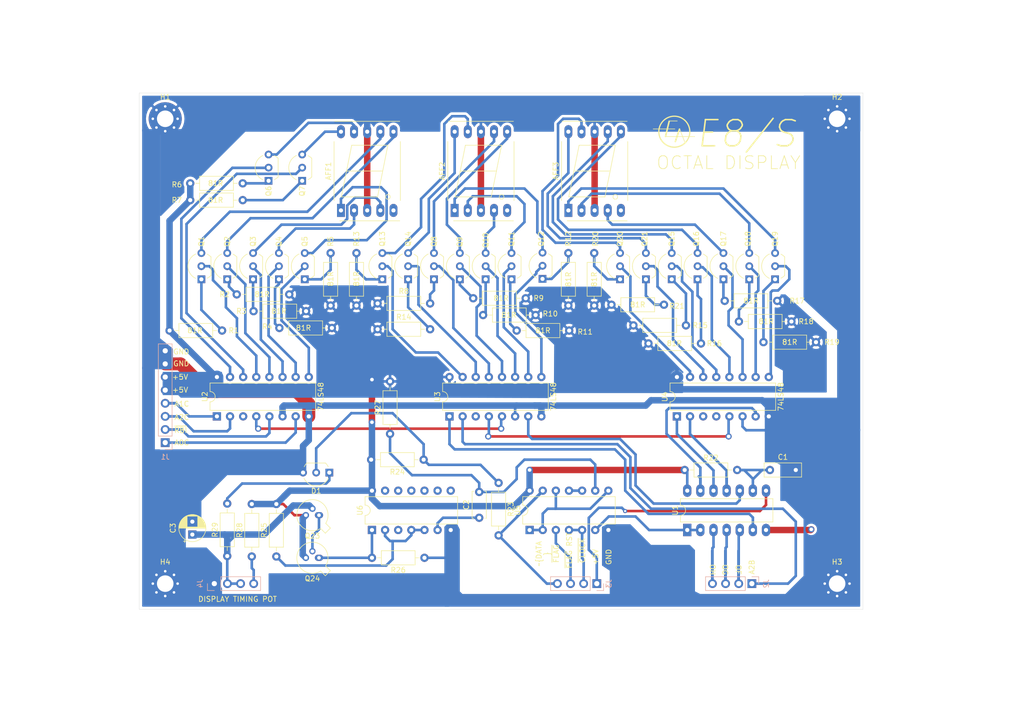
<source format=kicad_pcb>
(kicad_pcb (version 20171130) (host pcbnew "(5.1.10-1-10_14)")
  (layers (0 F.Cu signal) (31 B.Cu signal) (34 B.Paste user) (35 F.Paste user) (36 B.SilkS user) (37 F.SilkS user) (38 B.Mask user) (39 F.Mask user) (44 Edge.Cuts user))
  (net 0 "")
  (net 1 "Net-(AFF1-Pad1)")
  (net 2 "Net-(AFF1-Pad2)")
  (net 3 GND)
  (net 4 "Net-(AFF1-Pad4)")
  (net 5 "Net-(AFF1-Pad5)")
  (net 6 "Net-(AFF1-Pad6)")
  (net 7 "Net-(AFF1-Pad7)")
  (net 8 "Net-(AFF1-Pad9)")
  (net 9 "Net-(AFF1-Pad10)")
  (net 10 "Net-(AFF2-Pad1)")
  (net 11 "Net-(AFF2-Pad2)")
  (net 12 "Net-(AFF2-Pad4)")
  (net 13 "Net-(AFF2-Pad5)")
  (net 14 "Net-(AFF2-Pad6)")
  (net 15 "Net-(AFF2-Pad7)")
  (net 16 "Net-(AFF2-Pad9)")
  (net 17 "Net-(AFF2-Pad10)")
  (net 18 "Net-(AFF3-Pad1)")
  (net 19 "Net-(AFF3-Pad2)")
  (net 20 "Net-(AFF3-Pad4)")
  (net 21 "Net-(AFF3-Pad5)")
  (net 22 "Net-(AFF3-Pad6)")
  (net 23 "Net-(AFF3-Pad7)")
  (net 24 "Net-(AFF3-Pad9)")
  (net 25 "Net-(AFF3-Pad10)")
  (net 26 "Net-(Q1-Pad2)")
  (net 27 "Net-(Q2-Pad2)")
  (net 28 "Net-(Q3-Pad2)")
  (net 29 "Net-(Q4-Pad2)")
  (net 30 "Net-(Q5-Pad2)")
  (net 31 "Net-(Q6-Pad2)")
  (net 32 "Net-(Q7-Pad2)")
  (net 33 "Net-(Q8-Pad2)")
  (net 34 "Net-(Q9-Pad2)")
  (net 35 "Net-(Q10-Pad2)")
  (net 36 "Net-(Q11-Pad2)")
  (net 37 "Net-(Q12-Pad2)")
  (net 38 "Net-(Q13-Pad2)")
  (net 39 "Net-(Q14-Pad2)")
  (net 40 "Net-(Q15-Pad2)")
  (net 41 "Net-(Q16-Pad2)")
  (net 42 "Net-(Q17-Pad2)")
  (net 43 "Net-(Q18-Pad2)")
  (net 44 "Net-(Q19-Pad2)")
  (net 45 "Net-(Q20-Pad2)")
  (net 46 "Net-(Q21-Pad2)")
  (net 47 +5V)
  (net 48 Vss)
  (net 49 "Net-(U2-Pad4)")
  (net 50 "Net-(U2-Pad3)")
  (net 51 "Net-(U3-Pad4)")
  (net 52 "Net-(U3-Pad3)")
  (net 53 "Net-(U4-Pad4)")
  (net 54 "Net-(U4-Pad3)")
  (net 55 "Net-(U5-Pad1)")
  (net 56 "Net-(U1-Pad1)")
  (net 57 "Net-(Q1-Pad1)")
  (net 58 "Net-(Q2-Pad1)")
  (net 59 "Net-(Q3-Pad1)")
  (net 60 "Net-(Q4-Pad1)")
  (net 61 "Net-(Q5-Pad1)")
  (net 62 "Net-(Q6-Pad1)")
  (net 63 "Net-(Q7-Pad1)")
  (net 64 "Net-(Q8-Pad1)")
  (net 65 "Net-(Q9-Pad1)")
  (net 66 "Net-(Q10-Pad1)")
  (net 67 "Net-(Q11-Pad1)")
  (net 68 "Net-(Q12-Pad1)")
  (net 69 "Net-(Q13-Pad1)")
  (net 70 "Net-(Q14-Pad1)")
  (net 71 "Net-(Q15-Pad1)")
  (net 72 "Net-(Q16-Pad1)")
  (net 73 "Net-(Q17-Pad1)")
  (net 74 "Net-(Q18-Pad1)")
  (net 75 "Net-(Q19-Pad1)")
  (net 76 "Net-(Q20-Pad1)")
  (net 77 "Net-(Q21-Pad1)")
  (net 78 ~RBI)
  (net 79 A1C)
  (net 80 A2C)
  (net 81 A0C)
  (net 82 QH)
  (net 83 QD)
  (net 84 QG)
  (net 85 OF)
  (net 86 QF)
  (net 87 OG)
  (net 88 QE)
  (net 89 OH)
  (net 90 A2B)
  (net 91 "Net-(C1-Pad1)")
  (net 92 ~DATA)
  (net 93 ~RESET_FLAG)
  (net 94 "Net-(U5-Pad10)")
  (net 95 ~FLAG)
  (net 96 ~CLOCK)
  (net 97 "Net-(C2-Pad2)")
  (net 98 "Net-(C2-Pad1)")
  (net 99 "Net-(R25-Pad1)")
  (net 100 "Net-(D1-Pad1)")
  (net 101 "Net-(Q23-Pad1)")
  (net 102 "Net-(Q24-Pad1)")
  (net 103 "Net-(D1-Pad2)")
  (net 104 Pot_b)
  (net 105 Pot_t)
  (module Connector_PinHeader_2.54mm:PinHeader_1x04_P2.54mm_Vertical (layer B.Cu) (at 138.5 145 90)
    (fp_text reference J3 (at 0 2.33 270) (layer B.SilkS) (effects (justify mirror)))
    (fp_text value Conn_01x04_Male)
    (pad 4 thru_hole oval (at 0 -7.62 90) (size 1.7 1.7) (drill 1) (layers *.Cu *.Mask) (net 93 ~RESET_FLAG))
    (pad 3 thru_hole oval (at 0 -5.08 90) (size 1.7 1.7) (drill 1) (layers *.Cu *.Mask) (net 95 ~FLAG))
    (pad 2 thru_hole oval (at 0 -2.54 90) (size 1.7 1.7) (drill 1) (layers *.Cu *.Mask) (net 92 ~DATA))
    (pad 1 thru_hole rect (at 0 0 90) (size 1.7 1.7) (drill 1) (layers *.Cu *.Mask) (net 96 ~CLOCK))
  )
  (module Connector_PinSocket_2.54mm:PinSocket_1x04_P2.54mm_Vertical (layer B.Cu) (at 64.5 145 270)
    (fp_text reference J4 (at 0 2.77 270) (layer B.SilkS) (effects (justify mirror)))
    (fp_text value Conn_01x04_Female)
    (pad 4 thru_hole oval (at 0 -7.62 270) (size 1.7 1.7) (drill 1) (layers *.Cu *.Mask) (net 105 Pot_t))
    (pad 3 thru_hole oval (at 0 -5.08 270) (size 1.7 1.7) (drill 1) (layers *.Cu *.Mask) (net 104 Pot_b))
    (pad 2 thru_hole oval (at 0 -2.54 270) (size 1.7 1.7) (drill 1) (layers *.Cu *.Mask) (net 104 Pot_b))
    (pad 1 thru_hole rect (at 0 0 270) (size 1.7 1.7) (drill 1) (layers *.Cu *.Mask) (net 3 GND))
  )
  (module Capacitor_THT:C_Disc_D5.0mm_W2.5mm_P5.00mm (layer F.Cu) (at 115.75 132.25 90)
    (fp_text reference C2 (at 2.5 -2.5 90) (layer F.SilkS))
    (fp_text value 1nF)
    (pad 2 thru_hole circle (at 5 0 90) (size 1.6 1.6) (drill 0.8) (layers *.Cu *.Mask) (net 97 "Net-(C2-Pad2)"))
    (pad 1 thru_hole circle (at 0 0 90) (size 1.6 1.6) (drill 0.8) (layers *.Cu *.Mask) (net 98 "Net-(C2-Pad1)"))
  )
  (module Capacitor_THT:CP_Radial_D5.0mm_P2.50mm (layer F.Cu) (at 60.25 135.5 90)
    (fp_text reference C3 (at 1.25 -3.75 90) (layer F.SilkS))
    (fp_text value 47uF)
    (pad 2 thru_hole circle (at 2.5 0 90) (size 1.6 1.6) (drill 0.8) (layers *.Cu *.Mask) (net 3 GND))
    (pad 1 thru_hole rect (at 0 0 90) (size 1.6 1.6) (drill 0.8) (layers *.Cu *.Mask) (net 104 Pot_b))
  )
  (module Resistor_THT:R_Axial_DIN0207_L6.3mm_D2.5mm_P10.16mm_Horizontal (layer F.Cu) (at 67 139.66 90)
    (fp_text reference R29 (at 5.08 -2.37 90) (layer F.SilkS))
    (fp_text value 10R)
    (pad 2 thru_hole oval (at 10.16 0 90) (size 1.6 1.6) (drill 0.8) (layers *.Cu *.Mask) (net 100 "Net-(D1-Pad1)"))
    (pad 1 thru_hole circle (at 0 0 90) (size 1.6 1.6) (drill 0.8) (layers *.Cu *.Mask) (net 104 Pot_b))
  )
  (module Resistor_THT:R_Axial_DIN0207_L6.3mm_D2.5mm_P10.16mm_Horizontal (layer F.Cu) (at 71.75 139.75 90)
    (fp_text reference R28 (at 5.08 -2.37 90) (layer F.SilkS))
    (fp_text value 47k)
    (pad 2 thru_hole oval (at 10.16 0 90) (size 1.6 1.6) (drill 0.8) (layers *.Cu *.Mask) (net 47 +5V))
    (pad 1 thru_hole circle (at 0 0 90) (size 1.6 1.6) (drill 0.8) (layers *.Cu *.Mask) (net 105 Pot_t))
  )
  (module Package_TO_SOT_THT:TO-18-3 (layer F.Cu) (at 84.75 140 180)
    (fp_text reference Q24 (at 1.27 -4.02) (layer F.SilkS))
    (fp_text value BC108)
    (pad 3 thru_hole oval (at 2.54 0 180) (size 1.2 1.2) (drill 0.7) (layers *.Cu *.Mask) (net 47 +5V))
    (pad 2 thru_hole oval (at 1.27 1.27 180) (size 1.2 1.2) (drill 0.7) (layers *.Cu *.Mask) (net 101 "Net-(Q23-Pad1)"))
    (pad 1 thru_hole oval (at 0 0 180) (size 1.6 1.2) (drill 0.7) (layers *.Cu *.Mask) (net 102 "Net-(Q24-Pad1)"))
  )
  (module Package_TO_SOT_THT:TO-18-3 (layer F.Cu) (at 84.75 131.75 180)
    (fp_text reference Q23 (at 1.27 -4.02) (layer F.SilkS))
    (fp_text value BC108)
    (pad 3 thru_hole oval (at 2.54 0 180) (size 1.2 1.2) (drill 0.7) (layers *.Cu *.Mask) (net 47 +5V))
    (pad 2 thru_hole oval (at 1.27 1.27 180) (size 1.2 1.2) (drill 0.7) (layers *.Cu *.Mask) (net 104 Pot_b))
    (pad 1 thru_hole oval (at 0 0 180) (size 1.6 1.2) (drill 0.7) (layers *.Cu *.Mask) (net 101 "Net-(Q23-Pad1)"))
  )
  (module Package_TO_SOT_THT:TO-92_Inline_Wide (layer F.Cu) (at 86.75 123.5 180)
    (fp_text reference D1 (at 2.54 -3.56) (layer F.SilkS))
    (fp_text value 2N6027)
    (pad 1 thru_hole rect (at 0 0 180) (size 1.5 1.5) (drill 0.8) (layers *.Cu *.Mask) (net 100 "Net-(D1-Pad1)"))
    (pad 3 thru_hole circle (at 5.08 0 180) (size 1.5 1.5) (drill 0.8) (layers *.Cu *.Mask) (net 3 GND))
    (pad 2 thru_hole circle (at 2.54 0 180) (size 1.5 1.5) (drill 0.8) (layers *.Cu *.Mask) (net 103 "Net-(D1-Pad2)"))
  )
  (module Package_DIP:DIP-14_W7.62mm (layer F.Cu) (at 95 134.62 90)
    (fp_text reference U6 (at 3.81 -2.33 90) (layer F.SilkS))
    (fp_text value 74LS13)
    (pad 14 thru_hole oval (at 7.62 0 90) (size 1.6 1.6) (drill 0.8) (layers *.Cu *.Mask) (net 47 +5V))
    (pad 7 thru_hole oval (at 0 15.24 90) (size 1.6 1.6) (drill 0.8) (layers *.Cu *.Mask) (net 3 GND))
    (pad 13 thru_hole oval (at 7.62 2.54 90) (size 1.6 1.6) (drill 0.8) (layers *.Cu *.Mask))
    (pad 6 thru_hole oval (at 0 12.7 90) (size 1.6 1.6) (drill 0.8) (layers *.Cu *.Mask) (net 98 "Net-(C2-Pad1)"))
    (pad 12 thru_hole oval (at 7.62 5.08 90) (size 1.6 1.6) (drill 0.8) (layers *.Cu *.Mask))
    (pad 5 thru_hole oval (at 0 10.16 90) (size 1.6 1.6) (drill 0.8) (layers *.Cu *.Mask) (net 99 "Net-(R25-Pad1)"))
    (pad 11 thru_hole oval (at 7.62 7.62 90) (size 1.6 1.6) (drill 0.8) (layers *.Cu *.Mask))
    (pad 4 thru_hole oval (at 0 7.62 90) (size 1.6 1.6) (drill 0.8) (layers *.Cu *.Mask) (net 99 "Net-(R25-Pad1)"))
    (pad 10 thru_hole oval (at 7.62 10.16 90) (size 1.6 1.6) (drill 0.8) (layers *.Cu *.Mask))
    (pad 3 thru_hole oval (at 0 5.08 90) (size 1.6 1.6) (drill 0.8) (layers *.Cu *.Mask))
    (pad 9 thru_hole oval (at 7.62 12.7 90) (size 1.6 1.6) (drill 0.8) (layers *.Cu *.Mask))
    (pad 2 thru_hole oval (at 0 2.54 90) (size 1.6 1.6) (drill 0.8) (layers *.Cu *.Mask) (net 99 "Net-(R25-Pad1)"))
    (pad 8 thru_hole oval (at 7.62 15.24 90) (size 1.6 1.6) (drill 0.8) (layers *.Cu *.Mask))
    (pad 1 thru_hole rect (at 0 0 90) (size 1.6 1.6) (drill 0.8) (layers *.Cu *.Mask) (net 102 "Net-(Q24-Pad1)"))
  )
  (module Resistor_THT:R_Axial_DIN0207_L6.3mm_D2.5mm_P10.16mm_Horizontal (layer F.Cu) (at 98.5 116 90)
    (fp_text reference R27 (at 5.08 -2.37 90) (layer F.SilkS))
    (fp_text value 2K2)
    (pad 2 thru_hole oval (at 10.16 0 90) (size 1.6 1.6) (drill 0.8) (layers *.Cu *.Mask) (net 47 +5V))
    (pad 1 thru_hole circle (at 0 0 90) (size 1.6 1.6) (drill 0.8) (layers *.Cu *.Mask) (net 97 "Net-(C2-Pad2)"))
  )
  (module Resistor_THT:R_Axial_DIN0207_L6.3mm_D2.5mm_P10.16mm_Horizontal (layer F.Cu) (at 105.16 140 180)
    (fp_text reference R26 (at 5.08 -2.37) (layer F.SilkS))
    (fp_text value 470R)
    (pad 2 thru_hole oval (at 10.16 0 180) (size 1.6 1.6) (drill 0.8) (layers *.Cu *.Mask) (net 102 "Net-(Q24-Pad1)"))
    (pad 1 thru_hole circle (at 0 0 180) (size 1.6 1.6) (drill 0.8) (layers *.Cu *.Mask) (net 3 GND))
  )
  (module Resistor_THT:R_Axial_DIN0207_L6.3mm_D2.5mm_P10.16mm_Horizontal (layer F.Cu) (at 76.5 139.75 90)
    (fp_text reference R25 (at 5.08 -2.37 90) (layer F.SilkS))
    (fp_text value 1k)
    (pad 2 thru_hole oval (at 10.16 0 90) (size 1.6 1.6) (drill 0.8) (layers *.Cu *.Mask) (net 47 +5V))
    (pad 1 thru_hole circle (at 0 0 90) (size 1.6 1.6) (drill 0.8) (layers *.Cu *.Mask) (net 99 "Net-(R25-Pad1)"))
  )
  (module Resistor_THT:R_Axial_DIN0207_L6.3mm_D2.5mm_P10.16mm_Horizontal (layer F.Cu) (at 105 121 180)
    (fp_text reference R24 (at 5.08 -2.37) (layer F.SilkS))
    (fp_text value 6K8)
    (pad 2 thru_hole oval (at 10.16 0 180) (size 1.6 1.6) (drill 0.8) (layers *.Cu *.Mask) (net 47 +5V))
    (pad 1 thru_hole circle (at 0 0 180) (size 1.6 1.6) (drill 0.8) (layers *.Cu *.Mask) (net 103 "Net-(D1-Pad2)"))
  )
  (module Resistor_THT:R_Axial_DIN0207_L6.3mm_D2.5mm_P10.16mm_Horizontal (layer F.Cu) (at 119.5 125.5 270)
    (fp_text reference R23 (at 5.08 -2.37 90) (layer F.SilkS))
    (fp_text value 6K8)
    (pad 2 thru_hole oval (at 10.16 0 270) (size 1.6 1.6) (drill 0.8) (layers *.Cu *.Mask) (net 93 ~RESET_FLAG))
    (pad 1 thru_hole circle (at 0 0 270) (size 1.6 1.6) (drill 0.8) (layers *.Cu *.Mask) (net 103 "Net-(D1-Pad2)"))
  )
  (module Package_DIP:DIP-14_W7.62mm (layer F.Cu) (at 125.5 134.62 90)
    (fp_text reference U5 (at 3.81 -2.33 90) (layer F.SilkS))
    (fp_text value 74LS37)
    (pad 14 thru_hole oval (at 7.62 0 90) (size 1.6 1.6) (drill 0.8) (layers *.Cu *.Mask) (net 47 +5V))
    (pad 7 thru_hole oval (at 0 15.24 90) (size 1.6 1.6) (drill 0.8) (layers *.Cu *.Mask) (net 3 GND))
    (pad 13 thru_hole oval (at 7.62 2.54 90) (size 1.6 1.6) (drill 0.8) (layers *.Cu *.Mask) (net 93 ~RESET_FLAG))
    (pad 6 thru_hole oval (at 0 12.7 90) (size 1.6 1.6) (drill 0.8) (layers *.Cu *.Mask) (net 56 "Net-(U1-Pad1)"))
    (pad 12 thru_hole oval (at 7.62 5.08 90) (size 1.6 1.6) (drill 0.8) (layers *.Cu *.Mask) (net 55 "Net-(U5-Pad1)"))
    (pad 5 thru_hole oval (at 0 10.16 90) (size 1.6 1.6) (drill 0.8) (layers *.Cu *.Mask) (net 92 ~DATA))
    (pad 11 thru_hole oval (at 7.62 7.62 90) (size 1.6 1.6) (drill 0.8) (layers *.Cu *.Mask) (net 94 "Net-(U5-Pad10)"))
    (pad 4 thru_hole oval (at 0 7.62 90) (size 1.6 1.6) (drill 0.8) (layers *.Cu *.Mask) (net 92 ~DATA))
    (pad 10 thru_hole oval (at 7.62 10.16 90) (size 1.6 1.6) (drill 0.8) (layers *.Cu *.Mask) (net 94 "Net-(U5-Pad10)"))
    (pad 3 thru_hole oval (at 0 5.08 90) (size 1.6 1.6) (drill 0.8) (layers *.Cu *.Mask) (net 95 ~FLAG))
    (pad 9 thru_hole oval (at 7.62 12.7 90) (size 1.6 1.6) (drill 0.8) (layers *.Cu *.Mask) (net 97 "Net-(C2-Pad2)"))
    (pad 2 thru_hole oval (at 0 2.54 90) (size 1.6 1.6) (drill 0.8) (layers *.Cu *.Mask) (net 55 "Net-(U5-Pad1)"))
    (pad 8 thru_hole oval (at 7.62 15.24 90) (size 1.6 1.6) (drill 0.8) (layers *.Cu *.Mask) (net 55 "Net-(U5-Pad1)"))
    (pad 1 thru_hole rect (at 0 0 90) (size 1.6 1.6) (drill 0.8) (layers *.Cu *.Mask) (net 55 "Net-(U5-Pad1)"))
  )
  (module Resistor_THT:R_Axial_DIN0207_L6.3mm_D2.5mm_P10.16mm_Horizontal (layer F.Cu) (at 155.5 123)
    (fp_text reference R22 (at 5.08 -2.37) (layer F.SilkS))
    (fp_text value 81R)
    (pad 2 thru_hole oval (at 10.16 0) (size 1.6 1.6) (drill 0.8) (layers *.Cu *.Mask) (net 91 "Net-(C1-Pad1)"))
    (pad 1 thru_hole circle (at 0 0) (size 1.6 1.6) (drill 0.8) (layers *.Cu *.Mask) (net 47 +5V))
  )
  (module Capacitor_THT:C_Rect_L7.0mm_W2.5mm_P5.00mm (layer F.Cu) (at 172 123)
    (fp_text reference C1 (at 2.5 -2.5) (layer F.SilkS))
    (fp_text value C)
    (pad 2 thru_hole circle (at 5 0) (size 1.6 1.6) (drill 0.8) (layers *.Cu *.Mask) (net 3 GND))
    (pad 1 thru_hole circle (at 0 0) (size 1.6 1.6) (drill 0.8) (layers *.Cu *.Mask) (net 91 "Net-(C1-Pad1)"))
  )
  (module EDUC-8:EA_Symbol (layer F.Cu) (at 153.5 57.5)
    (fp_text reference REF** hide)
    (fp_text value EA_Symbol hide)
  )
  (module MountingHole:MountingHole_3.2mm_M3_Pad_Via (layer F.Cu) (at 55 145)
    (fp_text reference H4 (at 0 -4.2) (layer F.SilkS))
    (fp_text value MountingHole_Pad)
    (pad 1 thru_hole circle (at 1.697056 -1.697056) (size 0.8 0.8) (drill 0.5) (layers *.Cu *.Mask) (net 3 GND))
    (pad 1 thru_hole circle (at 0 -2.4) (size 0.8 0.8) (drill 0.5) (layers *.Cu *.Mask) (net 3 GND))
    (pad 1 thru_hole circle (at -1.697056 -1.697056) (size 0.8 0.8) (drill 0.5) (layers *.Cu *.Mask) (net 3 GND))
    (pad 1 thru_hole circle (at -2.4 0) (size 0.8 0.8) (drill 0.5) (layers *.Cu *.Mask) (net 3 GND))
    (pad 1 thru_hole circle (at -1.697056 1.697056) (size 0.8 0.8) (drill 0.5) (layers *.Cu *.Mask) (net 3 GND))
    (pad 1 thru_hole circle (at 0 2.4) (size 0.8 0.8) (drill 0.5) (layers *.Cu *.Mask) (net 3 GND))
    (pad 1 thru_hole circle (at 1.697056 1.697056) (size 0.8 0.8) (drill 0.5) (layers *.Cu *.Mask) (net 3 GND))
    (pad 1 thru_hole circle (at 2.4 0) (size 0.8 0.8) (drill 0.5) (layers *.Cu *.Mask) (net 3 GND))
    (pad 1 thru_hole circle (at 0 0) (size 6.4 6.4) (drill 3.2) (layers *.Cu *.Mask) (net 3 GND))
  )
  (module MountingHole:MountingHole_3.2mm_M3_Pad_Via (layer F.Cu) (at 185 145)
    (fp_text reference H3 (at 0 -4.2) (layer F.SilkS))
    (fp_text value MountingHole_Pad)
    (pad 1 thru_hole circle (at 1.697056 -1.697056) (size 0.8 0.8) (drill 0.5) (layers *.Cu *.Mask) (net 3 GND))
    (pad 1 thru_hole circle (at 0 -2.4) (size 0.8 0.8) (drill 0.5) (layers *.Cu *.Mask) (net 3 GND))
    (pad 1 thru_hole circle (at -1.697056 -1.697056) (size 0.8 0.8) (drill 0.5) (layers *.Cu *.Mask) (net 3 GND))
    (pad 1 thru_hole circle (at -2.4 0) (size 0.8 0.8) (drill 0.5) (layers *.Cu *.Mask) (net 3 GND))
    (pad 1 thru_hole circle (at -1.697056 1.697056) (size 0.8 0.8) (drill 0.5) (layers *.Cu *.Mask) (net 3 GND))
    (pad 1 thru_hole circle (at 0 2.4) (size 0.8 0.8) (drill 0.5) (layers *.Cu *.Mask) (net 3 GND))
    (pad 1 thru_hole circle (at 1.697056 1.697056) (size 0.8 0.8) (drill 0.5) (layers *.Cu *.Mask) (net 3 GND))
    (pad 1 thru_hole circle (at 2.4 0) (size 0.8 0.8) (drill 0.5) (layers *.Cu *.Mask) (net 3 GND))
    (pad 1 thru_hole circle (at 0 0) (size 6.4 6.4) (drill 3.2) (layers *.Cu *.Mask) (net 3 GND))
  )
  (module MountingHole:MountingHole_3.2mm_M3_Pad_Via (layer F.Cu) (at 185 55)
    (fp_text reference H2 (at 0 -4.2) (layer F.SilkS))
    (fp_text value MountingHole_Pad)
    (pad 1 thru_hole circle (at 1.697056 -1.697056) (size 0.8 0.8) (drill 0.5) (layers *.Cu *.Mask) (net 3 GND))
    (pad 1 thru_hole circle (at 0 -2.4) (size 0.8 0.8) (drill 0.5) (layers *.Cu *.Mask) (net 3 GND))
    (pad 1 thru_hole circle (at -1.697056 -1.697056) (size 0.8 0.8) (drill 0.5) (layers *.Cu *.Mask) (net 3 GND))
    (pad 1 thru_hole circle (at -2.4 0) (size 0.8 0.8) (drill 0.5) (layers *.Cu *.Mask) (net 3 GND))
    (pad 1 thru_hole circle (at -1.697056 1.697056) (size 0.8 0.8) (drill 0.5) (layers *.Cu *.Mask) (net 3 GND))
    (pad 1 thru_hole circle (at 0 2.4) (size 0.8 0.8) (drill 0.5) (layers *.Cu *.Mask) (net 3 GND))
    (pad 1 thru_hole circle (at 1.697056 1.697056) (size 0.8 0.8) (drill 0.5) (layers *.Cu *.Mask) (net 3 GND))
    (pad 1 thru_hole circle (at 2.4 0) (size 0.8 0.8) (drill 0.5) (layers *.Cu *.Mask) (net 3 GND))
    (pad 1 thru_hole circle (at 0 0) (size 6.4 6.4) (drill 3.2) (layers *.Cu *.Mask) (net 3 GND))
  )
  (module MountingHole:MountingHole_3.2mm_M3_Pad_Via (layer F.Cu) (at 55 55)
    (fp_text reference H1 (at 0 -4.2) (layer F.SilkS))
    (fp_text value MountingHole_Pad)
    (pad 1 thru_hole circle (at 1.697056 -1.697056) (size 0.8 0.8) (drill 0.5) (layers *.Cu *.Mask) (net 3 GND))
    (pad 1 thru_hole circle (at 0 -2.4) (size 0.8 0.8) (drill 0.5) (layers *.Cu *.Mask) (net 3 GND))
    (pad 1 thru_hole circle (at -1.697056 -1.697056) (size 0.8 0.8) (drill 0.5) (layers *.Cu *.Mask) (net 3 GND))
    (pad 1 thru_hole circle (at -2.4 0) (size 0.8 0.8) (drill 0.5) (layers *.Cu *.Mask) (net 3 GND))
    (pad 1 thru_hole circle (at -1.697056 1.697056) (size 0.8 0.8) (drill 0.5) (layers *.Cu *.Mask) (net 3 GND))
    (pad 1 thru_hole circle (at 0 2.4) (size 0.8 0.8) (drill 0.5) (layers *.Cu *.Mask) (net 3 GND))
    (pad 1 thru_hole circle (at 1.697056 1.697056) (size 0.8 0.8) (drill 0.5) (layers *.Cu *.Mask) (net 3 GND))
    (pad 1 thru_hole circle (at 2.4 0) (size 0.8 0.8) (drill 0.5) (layers *.Cu *.Mask) (net 3 GND))
    (pad 1 thru_hole circle (at 0 0) (size 6.4 6.4) (drill 3.2) (layers *.Cu *.Mask) (net 3 GND))
  )
  (module Connector_PinSocket_2.54mm:PinSocket_1x04_P2.54mm_Vertical (layer B.Cu) (at 168.5 145 90)
    (fp_text reference J2 (at 0 2.77 -90) (layer B.SilkS) (effects (justify mirror)))
    (fp_text value Conn_01x04_Female)
    (pad 4 thru_hole oval (at 0 -7.62 90) (size 1.7 1.7) (drill 1) (layers *.Cu *.Mask) (net 89 OH))
    (pad 3 thru_hole oval (at 0 -5.08 90) (size 1.7 1.7) (drill 1) (layers *.Cu *.Mask) (net 87 OG))
    (pad 2 thru_hole oval (at 0 -2.54 90) (size 1.7 1.7) (drill 1) (layers *.Cu *.Mask) (net 85 OF))
    (pad 1 thru_hole rect (at 0 0 90) (size 1.7 1.7) (drill 1) (layers *.Cu *.Mask) (net 90 A2B))
  )
  (module Connector_PinSocket_2.54mm:PinSocket_1x08_P2.54mm_Vertical (layer B.Cu) (at 55 117.7)
    (fp_text reference J1 (at 0 2.77) (layer B.SilkS) (effects (justify mirror)))
    (fp_text value Conn_01x08_Female)
    (pad 8 thru_hole oval (at 0 -17.78) (size 1.7 1.7) (drill 1) (layers *.Cu *.Mask) (net 3 GND))
    (pad 7 thru_hole oval (at 0 -15.24) (size 1.7 1.7) (drill 1) (layers *.Cu *.Mask) (net 3 GND))
    (pad 6 thru_hole oval (at 0 -12.7) (size 1.7 1.7) (drill 1) (layers *.Cu *.Mask) (net 47 +5V))
    (pad 5 thru_hole oval (at 0 -10.16) (size 1.7 1.7) (drill 1) (layers *.Cu *.Mask) (net 47 +5V))
    (pad 4 thru_hole oval (at 0 -7.62) (size 1.7 1.7) (drill 1) (layers *.Cu *.Mask) (net 79 A1C))
    (pad 3 thru_hole oval (at 0 -5.08) (size 1.7 1.7) (drill 1) (layers *.Cu *.Mask) (net 80 A2C))
    (pad 2 thru_hole oval (at 0 -2.54) (size 1.7 1.7) (drill 1) (layers *.Cu *.Mask) (net 78 ~RBI))
    (pad 1 thru_hole rect (at 0 0) (size 1.7 1.7) (drill 1) (layers *.Cu *.Mask) (net 81 A0C))
  )
  (module Display_7Segment:7SegmentLED_LTS6760_LTS6780 (layer F.Cu) (at 111 72.74 90)
    (fp_text reference AFF2 (at 7.62 -2.42 90) (layer F.SilkS))
    (fp_text value LTS-6980HR)
    (pad 1 thru_hole rect (at 0 0) (size 1.524 2.524) (drill 0.8) (layers *.Cu *.Mask) (net 10 "Net-(AFF2-Pad1)"))
    (pad 2 thru_hole oval (at 0 2.54) (size 1.524 2.524) (drill 0.8) (layers *.Cu *.Mask) (net 11 "Net-(AFF2-Pad2)"))
    (pad 3 thru_hole oval (at 0 5.08) (size 1.524 2.524) (drill 0.8) (layers *.Cu *.Mask) (net 3 GND))
    (pad 4 thru_hole oval (at 0 7.62) (size 1.524 2.524) (drill 0.8) (layers *.Cu *.Mask) (net 12 "Net-(AFF2-Pad4)"))
    (pad 5 thru_hole oval (at 0 10.16) (size 1.524 2.524) (drill 0.8) (layers *.Cu *.Mask) (net 13 "Net-(AFF2-Pad5)"))
    (pad 6 thru_hole oval (at 15.24 10.16) (size 1.524 2.524) (drill 0.8) (layers *.Cu *.Mask) (net 14 "Net-(AFF2-Pad6)"))
    (pad 7 thru_hole oval (at 15.24 7.62) (size 1.524 2.524) (drill 0.8) (layers *.Cu *.Mask) (net 15 "Net-(AFF2-Pad7)"))
    (pad 8 thru_hole oval (at 15.24 5.08) (size 1.524 2.524) (drill 0.8) (layers *.Cu *.Mask) (net 3 GND))
    (pad 9 thru_hole oval (at 15.24 2.54) (size 1.524 2.524) (drill 0.8) (layers *.Cu *.Mask) (net 16 "Net-(AFF2-Pad9)"))
    (pad 10 thru_hole oval (at 15.24 0) (size 1.524 2.524) (drill 0.8) (layers *.Cu *.Mask) (net 17 "Net-(AFF2-Pad10)"))
  )
  (module Resistor_THT:R_Axial_DIN0207_L6.3mm_D2.5mm_P10.16mm_Horizontal (layer F.Cu) (at 79 89 180)
    (fp_text reference R2 (at 12.5 0) (layer F.SilkS))
    (fp_text value 81R (at 5.25 0) (layer F.SilkS))
    (pad 2 thru_hole oval (at 10.16 0 180) (size 1.6 1.6) (drill 0.8) (layers *.Cu *.Mask) (net 58 "Net-(Q2-Pad1)"))
    (pad 1 thru_hole circle (at 0 0 180) (size 1.6 1.6) (drill 0.8) (layers *.Cu *.Mask) (net 47 +5V))
  )
  (module Package_DIP:DIP-16_W7.62mm (layer F.Cu) (at 65 112.62 90)
    (fp_text reference U2 (at 3.81 -2.33 90) (layer F.SilkS))
    (fp_text value 74LS48 (at 3.81 20.11 90) (layer F.SilkS))
    (pad 16 thru_hole oval (at 7.62 0 90) (size 1.6 1.6) (drill 0.8) (layers *.Cu *.Mask) (net 47 +5V))
    (pad 8 thru_hole oval (at 0 17.78 90) (size 1.6 1.6) (drill 0.8) (layers *.Cu *.Mask) (net 3 GND))
    (pad 15 thru_hole oval (at 7.62 2.54 90) (size 1.6 1.6) (drill 0.8) (layers *.Cu *.Mask) (net 31 "Net-(Q6-Pad2)"))
    (pad 7 thru_hole oval (at 0 15.24 90) (size 1.6 1.6) (drill 0.8) (layers *.Cu *.Mask) (net 81 A0C))
    (pad 14 thru_hole oval (at 7.62 5.08 90) (size 1.6 1.6) (drill 0.8) (layers *.Cu *.Mask) (net 32 "Net-(Q7-Pad2)"))
    (pad 6 thru_hole oval (at 0 12.7 90) (size 1.6 1.6) (drill 0.8) (layers *.Cu *.Mask) (net 3 GND))
    (pad 13 thru_hole oval (at 7.62 7.62 90) (size 1.6 1.6) (drill 0.8) (layers *.Cu *.Mask) (net 26 "Net-(Q1-Pad2)"))
    (pad 5 thru_hole oval (at 0 10.16 90) (size 1.6 1.6) (drill 0.8) (layers *.Cu *.Mask) (net 78 ~RBI))
    (pad 12 thru_hole oval (at 7.62 10.16 90) (size 1.6 1.6) (drill 0.8) (layers *.Cu *.Mask) (net 27 "Net-(Q2-Pad2)"))
    (pad 4 thru_hole oval (at 0 7.62 90) (size 1.6 1.6) (drill 0.8) (layers *.Cu *.Mask) (net 49 "Net-(U2-Pad4)"))
    (pad 11 thru_hole oval (at 7.62 12.7 90) (size 1.6 1.6) (drill 0.8) (layers *.Cu *.Mask) (net 28 "Net-(Q3-Pad2)"))
    (pad 3 thru_hole oval (at 0 5.08 90) (size 1.6 1.6) (drill 0.8) (layers *.Cu *.Mask) (net 50 "Net-(U2-Pad3)"))
    (pad 10 thru_hole oval (at 7.62 15.24 90) (size 1.6 1.6) (drill 0.8) (layers *.Cu *.Mask) (net 29 "Net-(Q4-Pad2)"))
    (pad 2 thru_hole oval (at 0 2.54 90) (size 1.6 1.6) (drill 0.8) (layers *.Cu *.Mask) (net 80 A2C))
    (pad 9 thru_hole oval (at 7.62 17.78 90) (size 1.6 1.6) (drill 0.8) (layers *.Cu *.Mask) (net 30 "Net-(Q5-Pad2)"))
    (pad 1 thru_hole rect (at 0 0 90) (size 1.6 1.6) (drill 0.8) (layers *.Cu *.Mask) (net 79 A1C))
  )
  (module Package_DIP:DIP-16_W7.62mm (layer F.Cu) (at 154 112.62 90)
    (fp_text reference U4 (at 3.81 -2.33 90) (layer F.SilkS))
    (fp_text value 74LS48 (at 3.81 20.11 90) (layer F.SilkS))
    (pad 16 thru_hole oval (at 7.62 0 90) (size 1.6 1.6) (drill 0.8) (layers *.Cu *.Mask) (net 47 +5V))
    (pad 8 thru_hole oval (at 0 17.78 90) (size 1.6 1.6) (drill 0.8) (layers *.Cu *.Mask) (net 3 GND))
    (pad 15 thru_hole oval (at 7.62 2.54 90) (size 1.6 1.6) (drill 0.8) (layers *.Cu *.Mask) (net 45 "Net-(Q20-Pad2)"))
    (pad 7 thru_hole oval (at 0 15.24 90) (size 1.6 1.6) (drill 0.8) (layers *.Cu *.Mask) (net 82 QH))
    (pad 14 thru_hole oval (at 7.62 5.08 90) (size 1.6 1.6) (drill 0.8) (layers *.Cu *.Mask) (net 46 "Net-(Q21-Pad2)"))
    (pad 6 thru_hole oval (at 0 12.7 90) (size 1.6 1.6) (drill 0.8) (layers *.Cu *.Mask) (net 3 GND))
    (pad 13 thru_hole oval (at 7.62 7.62 90) (size 1.6 1.6) (drill 0.8) (layers *.Cu *.Mask) (net 40 "Net-(Q15-Pad2)"))
    (pad 5 thru_hole oval (at 0 10.16 90) (size 1.6 1.6) (drill 0.8) (layers *.Cu *.Mask) (net 51 "Net-(U3-Pad4)"))
    (pad 12 thru_hole oval (at 7.62 10.16 90) (size 1.6 1.6) (drill 0.8) (layers *.Cu *.Mask) (net 41 "Net-(Q16-Pad2)"))
    (pad 4 thru_hole oval (at 0 7.62 90) (size 1.6 1.6) (drill 0.8) (layers *.Cu *.Mask) (net 53 "Net-(U4-Pad4)"))
    (pad 11 thru_hole oval (at 7.62 12.7 90) (size 1.6 1.6) (drill 0.8) (layers *.Cu *.Mask) (net 42 "Net-(Q17-Pad2)"))
    (pad 3 thru_hole oval (at 0 5.08 90) (size 1.6 1.6) (drill 0.8) (layers *.Cu *.Mask) (net 54 "Net-(U4-Pad3)"))
    (pad 10 thru_hole oval (at 7.62 15.24 90) (size 1.6 1.6) (drill 0.8) (layers *.Cu *.Mask) (net 43 "Net-(Q18-Pad2)"))
    (pad 2 thru_hole oval (at 0 2.54 90) (size 1.6 1.6) (drill 0.8) (layers *.Cu *.Mask) (net 86 QF))
    (pad 9 thru_hole oval (at 7.62 17.78 90) (size 1.6 1.6) (drill 0.8) (layers *.Cu *.Mask) (net 44 "Net-(Q19-Pad2)"))
    (pad 1 thru_hole rect (at 0 0 90) (size 1.6 1.6) (drill 0.8) (layers *.Cu *.Mask) (net 84 QG))
  )
  (module Package_DIP:DIP-16_W7.62mm (layer F.Cu) (at 110 112.62 90)
    (fp_text reference U3 (at 3.81 -2.33 90) (layer F.SilkS))
    (fp_text value 74LS48 (at 3.81 20.11 90) (layer F.SilkS))
    (pad 16 thru_hole oval (at 7.62 0 90) (size 1.6 1.6) (drill 0.8) (layers *.Cu *.Mask) (net 47 +5V))
    (pad 8 thru_hole oval (at 0 17.78 90) (size 1.6 1.6) (drill 0.8) (layers *.Cu *.Mask) (net 3 GND))
    (pad 15 thru_hole oval (at 7.62 2.54 90) (size 1.6 1.6) (drill 0.8) (layers *.Cu *.Mask) (net 38 "Net-(Q13-Pad2)"))
    (pad 7 thru_hole oval (at 0 15.24 90) (size 1.6 1.6) (drill 0.8) (layers *.Cu *.Mask) (net 88 QE))
    (pad 14 thru_hole oval (at 7.62 5.08 90) (size 1.6 1.6) (drill 0.8) (layers *.Cu *.Mask) (net 39 "Net-(Q14-Pad2)"))
    (pad 6 thru_hole oval (at 0 12.7 90) (size 1.6 1.6) (drill 0.8) (layers *.Cu *.Mask) (net 3 GND))
    (pad 13 thru_hole oval (at 7.62 7.62 90) (size 1.6 1.6) (drill 0.8) (layers *.Cu *.Mask) (net 33 "Net-(Q8-Pad2)"))
    (pad 5 thru_hole oval (at 0 10.16 90) (size 1.6 1.6) (drill 0.8) (layers *.Cu *.Mask) (net 49 "Net-(U2-Pad4)"))
    (pad 12 thru_hole oval (at 7.62 10.16 90) (size 1.6 1.6) (drill 0.8) (layers *.Cu *.Mask) (net 34 "Net-(Q9-Pad2)"))
    (pad 4 thru_hole oval (at 0 7.62 90) (size 1.6 1.6) (drill 0.8) (layers *.Cu *.Mask) (net 51 "Net-(U3-Pad4)"))
    (pad 11 thru_hole oval (at 7.62 12.7 90) (size 1.6 1.6) (drill 0.8) (layers *.Cu *.Mask) (net 35 "Net-(Q10-Pad2)"))
    (pad 3 thru_hole oval (at 0 5.08 90) (size 1.6 1.6) (drill 0.8) (layers *.Cu *.Mask) (net 52 "Net-(U3-Pad3)"))
    (pad 10 thru_hole oval (at 7.62 15.24 90) (size 1.6 1.6) (drill 0.8) (layers *.Cu *.Mask) (net 36 "Net-(Q11-Pad2)"))
    (pad 2 thru_hole oval (at 0 2.54 90) (size 1.6 1.6) (drill 0.8) (layers *.Cu *.Mask) (net 90 A2B))
    (pad 9 thru_hole oval (at 7.62 17.78 90) (size 1.6 1.6) (drill 0.8) (layers *.Cu *.Mask) (net 37 "Net-(Q12-Pad2)"))
    (pad 1 thru_hole rect (at 0 0 90) (size 1.6 1.6) (drill 0.8) (layers *.Cu *.Mask) (net 83 QD))
  )
  (module Package_DIP:DIP-14_W7.62mm_LongPads (layer F.Cu) (at 156 134.62 90)
    (fp_text reference U1 (at 3.81 -2.33 90) (layer F.SilkS))
    (fp_text value 74164)
    (pad 14 thru_hole oval (at 7.62 0 90) (size 2.4 1.6) (drill 0.8) (layers *.Cu *.Mask) (net 47 +5V))
    (pad 7 thru_hole oval (at 0 15.24 90) (size 2.4 1.6) (drill 0.8) (layers *.Cu *.Mask) (net 48 Vss))
    (pad 13 thru_hole oval (at 7.62 2.54 90) (size 2.4 1.6) (drill 0.8) (layers *.Cu *.Mask) (net 82 QH))
    (pad 6 thru_hole oval (at 0 12.7 90) (size 2.4 1.6) (drill 0.8) (layers *.Cu *.Mask) (net 83 QD))
    (pad 12 thru_hole oval (at 7.62 5.08 90) (size 2.4 1.6) (drill 0.8) (layers *.Cu *.Mask) (net 84 QG))
    (pad 5 thru_hole oval (at 0 10.16 90) (size 2.4 1.6) (drill 0.8) (layers *.Cu *.Mask) (net 85 OF))
    (pad 11 thru_hole oval (at 7.62 7.62 90) (size 2.4 1.6) (drill 0.8) (layers *.Cu *.Mask) (net 86 QF))
    (pad 4 thru_hole oval (at 0 7.62 90) (size 2.4 1.6) (drill 0.8) (layers *.Cu *.Mask) (net 87 OG))
    (pad 10 thru_hole oval (at 7.62 10.16 90) (size 2.4 1.6) (drill 0.8) (layers *.Cu *.Mask) (net 88 QE))
    (pad 3 thru_hole oval (at 0 5.08 90) (size 2.4 1.6) (drill 0.8) (layers *.Cu *.Mask) (net 89 OH))
    (pad 9 thru_hole oval (at 7.62 12.7 90) (size 2.4 1.6) (drill 0.8) (layers *.Cu *.Mask) (net 91 "Net-(C1-Pad1)"))
    (pad 2 thru_hole oval (at 0 2.54 90) (size 2.4 1.6) (drill 0.8) (layers *.Cu *.Mask) (net 56 "Net-(U1-Pad1)"))
    (pad 8 thru_hole oval (at 7.62 15.24 90) (size 2.4 1.6) (drill 0.8) (layers *.Cu *.Mask) (net 96 ~CLOCK))
    (pad 1 thru_hole rect (at 0 0 90) (size 2.4 1.6) (drill 0.8) (layers *.Cu *.Mask) (net 56 "Net-(U1-Pad1)"))
  )
  (module Resistor_THT:R_Axial_DIN0207_L6.3mm_D2.5mm_P10.16mm_Horizontal (layer F.Cu) (at 141.34 91)
    (fp_text reference R21 (at 12.66 0.25) (layer F.SilkS))
    (fp_text value 81R (at 5.08 0) (layer F.SilkS))
    (pad 2 thru_hole oval (at 10.16 0) (size 1.6 1.6) (drill 0.8) (layers *.Cu *.Mask) (net 77 "Net-(Q21-Pad1)"))
    (pad 1 thru_hole circle (at 0 0) (size 1.6 1.6) (drill 0.8) (layers *.Cu *.Mask) (net 47 +5V))
  )
  (module Resistor_THT:R_Axial_DIN0207_L6.3mm_D2.5mm_P10.16mm_Horizontal (layer F.Cu) (at 138 91.16 90)
    (fp_text reference R20 (at 12.91 0.25 90) (layer F.SilkS))
    (fp_text value 81R (at 5.08 0 90) (layer F.SilkS))
    (pad 2 thru_hole oval (at 10.16 0 90) (size 1.6 1.6) (drill 0.8) (layers *.Cu *.Mask) (net 76 "Net-(Q20-Pad1)"))
    (pad 1 thru_hole circle (at 0 0 90) (size 1.6 1.6) (drill 0.8) (layers *.Cu *.Mask) (net 47 +5V))
  )
  (module Resistor_THT:R_Axial_DIN0207_L6.3mm_D2.5mm_P10.16mm_Horizontal (layer F.Cu) (at 180.91 98.25 180)
    (fp_text reference R19 (at -3.09 0) (layer F.SilkS))
    (fp_text value 81R (at 5.08 0) (layer F.SilkS))
    (pad 2 thru_hole oval (at 10.16 0 180) (size 1.6 1.6) (drill 0.8) (layers *.Cu *.Mask) (net 75 "Net-(Q19-Pad1)"))
    (pad 1 thru_hole circle (at 0 0 180) (size 1.6 1.6) (drill 0.8) (layers *.Cu *.Mask) (net 47 +5V))
  )
  (module Resistor_THT:R_Axial_DIN0207_L6.3mm_D2.5mm_P10.16mm_Horizontal (layer F.Cu) (at 176.16 94.25 180)
    (fp_text reference R18 (at -2.84 0) (layer F.SilkS))
    (fp_text value 81R (at 4.91 0) (layer F.SilkS))
    (pad 2 thru_hole oval (at 10.16 0 180) (size 1.6 1.6) (drill 0.8) (layers *.Cu *.Mask) (net 74 "Net-(Q18-Pad1)"))
    (pad 1 thru_hole circle (at 0 0 180) (size 1.6 1.6) (drill 0.8) (layers *.Cu *.Mask) (net 47 +5V))
  )
  (module Resistor_THT:R_Axial_DIN0207_L6.3mm_D2.5mm_P10.16mm_Horizontal (layer F.Cu) (at 173.41 90.25 180)
    (fp_text reference R17 (at -3.84 0) (layer F.SilkS))
    (fp_text value 81R (at 5.08 0) (layer F.SilkS))
    (pad 2 thru_hole oval (at 10.16 0 180) (size 1.6 1.6) (drill 0.8) (layers *.Cu *.Mask) (net 73 "Net-(Q17-Pad1)"))
    (pad 1 thru_hole circle (at 0 0 180) (size 1.6 1.6) (drill 0.8) (layers *.Cu *.Mask) (net 47 +5V))
  )
  (module Resistor_THT:R_Axial_DIN0207_L6.3mm_D2.5mm_P10.16mm_Horizontal (layer F.Cu) (at 148.5 98.5)
    (fp_text reference R16 (at 12.75 0) (layer F.SilkS))
    (fp_text value 81R (at 5 0) (layer F.SilkS))
    (pad 2 thru_hole oval (at 10.16 0) (size 1.6 1.6) (drill 0.8) (layers *.Cu *.Mask) (net 72 "Net-(Q16-Pad1)"))
    (pad 1 thru_hole circle (at 0 0) (size 1.6 1.6) (drill 0.8) (layers *.Cu *.Mask) (net 47 +5V))
  )
  (module Resistor_THT:R_Axial_DIN0207_L6.3mm_D2.5mm_P10.16mm_Horizontal (layer F.Cu) (at 145.59 95)
    (fp_text reference R15 (at 12.91 0) (layer F.SilkS))
    (fp_text value 81R)
    (pad 2 thru_hole oval (at 10.16 0) (size 1.6 1.6) (drill 0.8) (layers *.Cu *.Mask) (net 71 "Net-(Q15-Pad1)"))
    (pad 1 thru_hole circle (at 0 0) (size 1.6 1.6) (drill 0.8) (layers *.Cu *.Mask) (net 47 +5V))
  )
  (module Resistor_THT:R_Axial_DIN0207_L6.3mm_D2.5mm_P10.16mm_Horizontal (layer F.Cu) (at 96.09 95.75)
    (fp_text reference R14 (at 5.08 -2.37) (layer F.SilkS))
    (fp_text value 81R)
    (pad 2 thru_hole oval (at 10.16 0) (size 1.6 1.6) (drill 0.8) (layers *.Cu *.Mask) (net 70 "Net-(Q14-Pad1)"))
    (pad 1 thru_hole circle (at 0 0) (size 1.6 1.6) (drill 0.8) (layers *.Cu *.Mask) (net 47 +5V))
  )
  (module Resistor_THT:R_Axial_DIN0207_L6.3mm_D2.5mm_P10.16mm_Horizontal (layer F.Cu) (at 92 91.16 90)
    (fp_text reference R13 (at 12.91 0 90) (layer F.SilkS))
    (fp_text value 81R (at 5.16 0 90) (layer F.SilkS))
    (pad 2 thru_hole oval (at 10.16 0 90) (size 1.6 1.6) (drill 0.8) (layers *.Cu *.Mask) (net 69 "Net-(Q13-Pad1)"))
    (pad 1 thru_hole circle (at 0 0 90) (size 1.6 1.6) (drill 0.8) (layers *.Cu *.Mask) (net 47 +5V))
  )
  (module Resistor_THT:R_Axial_DIN0207_L6.3mm_D2.5mm_P10.16mm_Horizontal (layer F.Cu) (at 133 91.16 90)
    (fp_text reference R12 (at 12.91 0 90) (layer F.SilkS))
    (fp_text value 81R (at 5.08 0 90) (layer F.SilkS))
    (pad 2 thru_hole oval (at 10.16 0 90) (size 1.6 1.6) (drill 0.8) (layers *.Cu *.Mask) (net 68 "Net-(Q12-Pad1)"))
    (pad 1 thru_hole circle (at 0 0 90) (size 1.6 1.6) (drill 0.8) (layers *.Cu *.Mask) (net 47 +5V))
  )
  (module Resistor_THT:R_Axial_DIN0207_L6.3mm_D2.5mm_P10.16mm_Horizontal (layer F.Cu) (at 133.16 96 180)
    (fp_text reference R11 (at -3.09 -0.25) (layer F.SilkS))
    (fp_text value 81R (at 5.08 0) (layer F.SilkS))
    (pad 2 thru_hole oval (at 10.16 0 180) (size 1.6 1.6) (drill 0.8) (layers *.Cu *.Mask) (net 67 "Net-(Q11-Pad1)"))
    (pad 1 thru_hole circle (at 0 0 180) (size 1.6 1.6) (drill 0.8) (layers *.Cu *.Mask) (net 47 +5V))
  )
  (module Resistor_THT:R_Axial_DIN0207_L6.3mm_D2.5mm_P10.16mm_Horizontal (layer F.Cu) (at 126.66 93 180)
    (fp_text reference R10 (at -2.84 0.25) (layer F.SilkS))
    (fp_text value 81R (at 5.16 0) (layer F.SilkS))
    (pad 2 thru_hole oval (at 10.16 0 180) (size 1.6 1.6) (drill 0.8) (layers *.Cu *.Mask) (net 66 "Net-(Q10-Pad1)"))
    (pad 1 thru_hole circle (at 0 0 180) (size 1.6 1.6) (drill 0.8) (layers *.Cu *.Mask) (net 47 +5V))
  )
  (module Resistor_THT:R_Axial_DIN0207_L6.3mm_D2.5mm_P10.16mm_Horizontal (layer F.Cu) (at 124.75 89.75 180)
    (fp_text reference R9 (at -2.5 0) (layer F.SilkS))
    (fp_text value 81R (at 4.75 0) (layer F.SilkS))
    (pad 2 thru_hole oval (at 10.16 0 180) (size 1.6 1.6) (drill 0.8) (layers *.Cu *.Mask) (net 65 "Net-(Q9-Pad1)"))
    (pad 1 thru_hole circle (at 0 0 180) (size 1.6 1.6) (drill 0.8) (layers *.Cu *.Mask) (net 47 +5V))
  )
  (module Resistor_THT:R_Axial_DIN0207_L6.3mm_D2.5mm_P10.16mm_Horizontal (layer F.Cu) (at 96.09 90.75)
    (fp_text reference R8 (at 5.08 -2.37) (layer F.SilkS))
    (fp_text value 81R)
    (pad 2 thru_hole oval (at 10.16 0) (size 1.6 1.6) (drill 0.8) (layers *.Cu *.Mask) (net 64 "Net-(Q8-Pad1)"))
    (pad 1 thru_hole circle (at 0 0) (size 1.6 1.6) (drill 0.8) (layers *.Cu *.Mask) (net 47 +5V))
  )
  (module Resistor_THT:R_Axial_DIN0207_L6.3mm_D2.5mm_P10.16mm_Horizontal (layer F.Cu) (at 59.84 70.75)
    (fp_text reference R7 (at -2.59 0) (layer F.SilkS))
    (fp_text value 81R (at 4.91 0) (layer F.SilkS))
    (pad 2 thru_hole oval (at 10.16 0) (size 1.6 1.6) (drill 0.8) (layers *.Cu *.Mask) (net 63 "Net-(Q7-Pad1)"))
    (pad 1 thru_hole circle (at 0 0) (size 1.6 1.6) (drill 0.8) (layers *.Cu *.Mask) (net 47 +5V))
  )
  (module Resistor_THT:R_Axial_DIN0207_L6.3mm_D2.5mm_P10.16mm_Horizontal (layer F.Cu) (at 59.84 67.5)
    (fp_text reference R6 (at -2.59 0.25) (layer F.SilkS))
    (fp_text value 81R (at 4.91 0) (layer F.SilkS))
    (pad 2 thru_hole oval (at 10.16 0) (size 1.6 1.6) (drill 0.8) (layers *.Cu *.Mask) (net 62 "Net-(Q6-Pad1)"))
    (pad 1 thru_hole circle (at 0 0) (size 1.6 1.6) (drill 0.8) (layers *.Cu *.Mask) (net 47 +5V))
  )
  (module Resistor_THT:R_Axial_DIN0207_L6.3mm_D2.5mm_P10.16mm_Horizontal (layer F.Cu) (at 87 91.16 90)
    (fp_text reference R5 (at 12.41 0 90) (layer F.SilkS))
    (fp_text value 81R (at 5.16 0 90) (layer F.SilkS))
    (pad 2 thru_hole oval (at 10.16 0 90) (size 1.6 1.6) (drill 0.8) (layers *.Cu *.Mask) (net 61 "Net-(Q5-Pad1)"))
    (pad 1 thru_hole circle (at 0 0 90) (size 1.6 1.6) (drill 0.8) (layers *.Cu *.Mask) (net 47 +5V))
  )
  (module Resistor_THT:R_Axial_DIN0207_L6.3mm_D2.5mm_P10.16mm_Horizontal (layer F.Cu) (at 87.25 95.5 180)
    (fp_text reference R4 (at 12.5 0.25) (layer F.SilkS))
    (fp_text value 81R (at 5.5 0) (layer F.SilkS))
    (pad 2 thru_hole oval (at 10.16 0 180) (size 1.6 1.6) (drill 0.8) (layers *.Cu *.Mask) (net 60 "Net-(Q4-Pad1)"))
    (pad 1 thru_hole circle (at 0 0 180) (size 1.6 1.6) (drill 0.8) (layers *.Cu *.Mask) (net 47 +5V))
  )
  (module Resistor_THT:R_Axial_DIN0207_L6.3mm_D2.5mm_P10.16mm_Horizontal (layer F.Cu) (at 82.25 92.25 180)
    (fp_text reference R3 (at 12.5 0) (layer F.SilkS))
    (fp_text value 81R (at 5.25 0) (layer F.SilkS))
    (pad 2 thru_hole oval (at 10.16 0 180) (size 1.6 1.6) (drill 0.8) (layers *.Cu *.Mask) (net 59 "Net-(Q3-Pad1)"))
    (pad 1 thru_hole circle (at 0 0 180) (size 1.6 1.6) (drill 0.8) (layers *.Cu *.Mask) (net 47 +5V))
  )
  (module Resistor_THT:R_Axial_DIN0207_L6.3mm_D2.5mm_P10.16mm_Horizontal (layer F.Cu) (at 55.84 96)
    (fp_text reference R1 (at 12.41 0) (layer F.SilkS))
    (fp_text value 81R (at 4.91 0) (layer F.SilkS))
    (pad 2 thru_hole oval (at 10.16 0) (size 1.6 1.6) (drill 0.8) (layers *.Cu *.Mask) (net 57 "Net-(Q1-Pad1)"))
    (pad 1 thru_hole circle (at 0 0) (size 1.6 1.6) (drill 0.8) (layers *.Cu *.Mask) (net 47 +5V))
  )
  (module Package_TO_SOT_THT:TO-92_Inline_Wide (layer F.Cu) (at 148 86.08 90)
    (fp_text reference Q21 (at 7.83 -0.25 90) (layer F.SilkS))
    (fp_text value BC547)
    (pad 1 thru_hole rect (at 0 0 90) (size 1.5 1.5) (drill 0.8) (layers *.Cu *.Mask) (net 77 "Net-(Q21-Pad1)"))
    (pad 3 thru_hole circle (at 5.08 0 90) (size 1.5 1.5) (drill 0.8) (layers *.Cu *.Mask) (net 25 "Net-(AFF3-Pad10)"))
    (pad 2 thru_hole circle (at 2.54 0 90) (size 1.5 1.5) (drill 0.8) (layers *.Cu *.Mask) (net 46 "Net-(Q21-Pad2)"))
  )
  (module Package_TO_SOT_THT:TO-92_Inline_Wide (layer F.Cu) (at 143 86.08 90)
    (fp_text reference Q20 (at 7.83 0 90) (layer F.SilkS))
    (fp_text value BC547)
    (pad 1 thru_hole rect (at 0 0 90) (size 1.5 1.5) (drill 0.8) (layers *.Cu *.Mask) (net 76 "Net-(Q20-Pad1)"))
    (pad 3 thru_hole circle (at 5.08 0 90) (size 1.5 1.5) (drill 0.8) (layers *.Cu *.Mask) (net 24 "Net-(AFF3-Pad9)"))
    (pad 2 thru_hole circle (at 2.54 0 90) (size 1.5 1.5) (drill 0.8) (layers *.Cu *.Mask) (net 45 "Net-(Q20-Pad2)"))
  )
  (module Package_TO_SOT_THT:TO-92_Inline_Wide (layer F.Cu) (at 173 86.08 90)
    (fp_text reference Q19 (at 7.83 0 90) (layer F.SilkS))
    (fp_text value BC547)
    (pad 1 thru_hole rect (at 0 0 90) (size 1.5 1.5) (drill 0.8) (layers *.Cu *.Mask) (net 75 "Net-(Q19-Pad1)"))
    (pad 3 thru_hole circle (at 5.08 0 90) (size 1.5 1.5) (drill 0.8) (layers *.Cu *.Mask) (net 18 "Net-(AFF3-Pad1)"))
    (pad 2 thru_hole circle (at 2.54 0 90) (size 1.5 1.5) (drill 0.8) (layers *.Cu *.Mask) (net 44 "Net-(Q19-Pad2)"))
  )
  (module Package_TO_SOT_THT:TO-92_Inline_Wide (layer F.Cu) (at 168 86.08 90)
    (fp_text reference Q18 (at 7.83 -0.25 90) (layer F.SilkS))
    (fp_text value BC547)
    (pad 1 thru_hole rect (at 0 0 90) (size 1.5 1.5) (drill 0.8) (layers *.Cu *.Mask) (net 74 "Net-(Q18-Pad1)"))
    (pad 3 thru_hole circle (at 5.08 0 90) (size 1.5 1.5) (drill 0.8) (layers *.Cu *.Mask) (net 19 "Net-(AFF3-Pad2)"))
    (pad 2 thru_hole circle (at 2.54 0 90) (size 1.5 1.5) (drill 0.8) (layers *.Cu *.Mask) (net 43 "Net-(Q18-Pad2)"))
  )
  (module Package_TO_SOT_THT:TO-92_Inline_Wide (layer F.Cu) (at 163 86.08 90)
    (fp_text reference Q17 (at 7.83 0 90) (layer F.SilkS))
    (fp_text value BC547)
    (pad 1 thru_hole rect (at 0 0 90) (size 1.5 1.5) (drill 0.8) (layers *.Cu *.Mask) (net 73 "Net-(Q17-Pad1)"))
    (pad 3 thru_hole circle (at 5.08 0 90) (size 1.5 1.5) (drill 0.8) (layers *.Cu *.Mask) (net 20 "Net-(AFF3-Pad4)"))
    (pad 2 thru_hole circle (at 2.54 0 90) (size 1.5 1.5) (drill 0.8) (layers *.Cu *.Mask) (net 42 "Net-(Q17-Pad2)"))
  )
  (module Package_TO_SOT_THT:TO-92_Inline_Wide (layer F.Cu) (at 158 86.08 90)
    (fp_text reference Q16 (at 7.83 -0.25 90) (layer F.SilkS))
    (fp_text value BC547)
    (pad 1 thru_hole rect (at 0 0 90) (size 1.5 1.5) (drill 0.8) (layers *.Cu *.Mask) (net 72 "Net-(Q16-Pad1)"))
    (pad 3 thru_hole circle (at 5.08 0 90) (size 1.5 1.5) (drill 0.8) (layers *.Cu *.Mask) (net 22 "Net-(AFF3-Pad6)"))
    (pad 2 thru_hole circle (at 2.54 0 90) (size 1.5 1.5) (drill 0.8) (layers *.Cu *.Mask) (net 41 "Net-(Q16-Pad2)"))
  )
  (module Package_TO_SOT_THT:TO-92_Inline_Wide (layer F.Cu) (at 153 86.08 90)
    (fp_text reference Q15 (at 7.83 0 90) (layer F.SilkS))
    (fp_text value BC547)
    (pad 1 thru_hole rect (at 0 0 90) (size 1.5 1.5) (drill 0.8) (layers *.Cu *.Mask) (net 71 "Net-(Q15-Pad1)"))
    (pad 3 thru_hole circle (at 5.08 0 90) (size 1.5 1.5) (drill 0.8) (layers *.Cu *.Mask) (net 23 "Net-(AFF3-Pad7)"))
    (pad 2 thru_hole circle (at 2.54 0 90) (size 1.5 1.5) (drill 0.8) (layers *.Cu *.Mask) (net 40 "Net-(Q15-Pad2)"))
  )
  (module Package_TO_SOT_THT:TO-92_Inline_Wide (layer F.Cu) (at 102 86.08 90)
    (fp_text reference Q14 (at 7.83 0 90) (layer F.SilkS))
    (fp_text value BC547)
    (pad 1 thru_hole rect (at 0 0 90) (size 1.5 1.5) (drill 0.8) (layers *.Cu *.Mask) (net 70 "Net-(Q14-Pad1)"))
    (pad 3 thru_hole circle (at 5.08 0 90) (size 1.5 1.5) (drill 0.8) (layers *.Cu *.Mask) (net 17 "Net-(AFF2-Pad10)"))
    (pad 2 thru_hole circle (at 2.54 0 90) (size 1.5 1.5) (drill 0.8) (layers *.Cu *.Mask) (net 39 "Net-(Q14-Pad2)"))
  )
  (module Package_TO_SOT_THT:TO-92_Inline_Wide (layer F.Cu) (at 97 86.08 90)
    (fp_text reference Q13 (at 7.83 0 90) (layer F.SilkS))
    (fp_text value BC547)
    (pad 1 thru_hole rect (at 0 0 90) (size 1.5 1.5) (drill 0.8) (layers *.Cu *.Mask) (net 69 "Net-(Q13-Pad1)"))
    (pad 3 thru_hole circle (at 5.08 0 90) (size 1.5 1.5) (drill 0.8) (layers *.Cu *.Mask) (net 16 "Net-(AFF2-Pad9)"))
    (pad 2 thru_hole circle (at 2.54 0 90) (size 1.5 1.5) (drill 0.8) (layers *.Cu *.Mask) (net 38 "Net-(Q13-Pad2)"))
  )
  (module Package_TO_SOT_THT:TO-92_Inline_Wide (layer F.Cu) (at 128 86 90)
    (fp_text reference Q12 (at 7.75 -0.25 90) (layer F.SilkS))
    (fp_text value BC547)
    (pad 1 thru_hole rect (at 0 0 90) (size 1.5 1.5) (drill 0.8) (layers *.Cu *.Mask) (net 68 "Net-(Q12-Pad1)"))
    (pad 3 thru_hole circle (at 5.08 0 90) (size 1.5 1.5) (drill 0.8) (layers *.Cu *.Mask) (net 10 "Net-(AFF2-Pad1)"))
    (pad 2 thru_hole circle (at 2.54 0 90) (size 1.5 1.5) (drill 0.8) (layers *.Cu *.Mask) (net 37 "Net-(Q12-Pad2)"))
  )
  (module Package_TO_SOT_THT:TO-92_Inline_Wide (layer F.Cu) (at 122 86.08 90)
    (fp_text reference Q11 (at 7.83 0 90) (layer F.SilkS))
    (fp_text value BC547)
    (pad 1 thru_hole rect (at 0 0 90) (size 1.5 1.5) (drill 0.8) (layers *.Cu *.Mask) (net 67 "Net-(Q11-Pad1)"))
    (pad 3 thru_hole circle (at 5.08 0 90) (size 1.5 1.5) (drill 0.8) (layers *.Cu *.Mask) (net 11 "Net-(AFF2-Pad2)"))
    (pad 2 thru_hole circle (at 2.54 0 90) (size 1.5 1.5) (drill 0.8) (layers *.Cu *.Mask) (net 36 "Net-(Q11-Pad2)"))
  )
  (module Package_TO_SOT_THT:TO-92_Inline_Wide (layer F.Cu) (at 117 86.08 90)
    (fp_text reference Q10 (at 7.58 0 90) (layer F.SilkS))
    (fp_text value BC547)
    (pad 1 thru_hole rect (at 0 0 90) (size 1.5 1.5) (drill 0.8) (layers *.Cu *.Mask) (net 66 "Net-(Q10-Pad1)"))
    (pad 3 thru_hole circle (at 5.08 0 90) (size 1.5 1.5) (drill 0.8) (layers *.Cu *.Mask) (net 12 "Net-(AFF2-Pad4)"))
    (pad 2 thru_hole circle (at 2.54 0 90) (size 1.5 1.5) (drill 0.8) (layers *.Cu *.Mask) (net 35 "Net-(Q10-Pad2)"))
  )
  (module Package_TO_SOT_THT:TO-92_Inline_Wide (layer F.Cu) (at 112 86.08 90)
    (fp_text reference Q9 (at 7.25 0 90) (layer F.SilkS))
    (fp_text value BC547)
    (pad 1 thru_hole rect (at 0 0 90) (size 1.5 1.5) (drill 0.8) (layers *.Cu *.Mask) (net 65 "Net-(Q9-Pad1)"))
    (pad 3 thru_hole circle (at 5.08 0 90) (size 1.5 1.5) (drill 0.8) (layers *.Cu *.Mask) (net 14 "Net-(AFF2-Pad6)"))
    (pad 2 thru_hole circle (at 2.54 0 90) (size 1.5 1.5) (drill 0.8) (layers *.Cu *.Mask) (net 34 "Net-(Q9-Pad2)"))
  )
  (module Package_TO_SOT_THT:TO-92_Inline_Wide (layer F.Cu) (at 107 86.08 90)
    (fp_text reference Q8 (at 7.33 0 90) (layer F.SilkS))
    (fp_text value BC547)
    (pad 1 thru_hole rect (at 0 0 90) (size 1.5 1.5) (drill 0.8) (layers *.Cu *.Mask) (net 64 "Net-(Q8-Pad1)"))
    (pad 3 thru_hole circle (at 5.08 0 90) (size 1.5 1.5) (drill 0.8) (layers *.Cu *.Mask) (net 15 "Net-(AFF2-Pad7)"))
    (pad 2 thru_hole circle (at 2.54 0 90) (size 1.5 1.5) (drill 0.8) (layers *.Cu *.Mask) (net 33 "Net-(Q8-Pad2)"))
  )
  (module Package_TO_SOT_THT:TO-92_Inline_Wide (layer F.Cu) (at 81.5 67 90)
    (fp_text reference Q7 (at -2 0 90) (layer F.SilkS))
    (fp_text value BC547)
    (pad 1 thru_hole rect (at 0 0 90) (size 1.5 1.5) (drill 0.8) (layers *.Cu *.Mask) (net 63 "Net-(Q7-Pad1)"))
    (pad 3 thru_hole circle (at 5.08 0 90) (size 1.5 1.5) (drill 0.8) (layers *.Cu *.Mask) (net 9 "Net-(AFF1-Pad10)"))
    (pad 2 thru_hole circle (at 2.54 0 90) (size 1.5 1.5) (drill 0.8) (layers *.Cu *.Mask) (net 32 "Net-(Q7-Pad2)"))
  )
  (module Package_TO_SOT_THT:TO-92_Inline_Wide (layer F.Cu) (at 75 67 90)
    (fp_text reference Q6 (at -2 0 90) (layer F.SilkS))
    (fp_text value BC547)
    (pad 1 thru_hole rect (at 0 0 90) (size 1.5 1.5) (drill 0.8) (layers *.Cu *.Mask) (net 62 "Net-(Q6-Pad1)"))
    (pad 3 thru_hole circle (at 5.08 0 90) (size 1.5 1.5) (drill 0.8) (layers *.Cu *.Mask) (net 8 "Net-(AFF1-Pad9)"))
    (pad 2 thru_hole circle (at 2.54 0 90) (size 1.5 1.5) (drill 0.8) (layers *.Cu *.Mask) (net 31 "Net-(Q6-Pad2)"))
  )
  (module Package_TO_SOT_THT:TO-92_Inline_Wide (layer F.Cu) (at 82 86.08 90)
    (fp_text reference Q5 (at 7.33 0 90) (layer F.SilkS))
    (fp_text value BC547)
    (pad 1 thru_hole rect (at 0 0 90) (size 1.5 1.5) (drill 0.8) (layers *.Cu *.Mask) (net 61 "Net-(Q5-Pad1)"))
    (pad 3 thru_hole circle (at 5.08 0 90) (size 1.5 1.5) (drill 0.8) (layers *.Cu *.Mask) (net 1 "Net-(AFF1-Pad1)"))
    (pad 2 thru_hole circle (at 2.54 0 90) (size 1.5 1.5) (drill 0.8) (layers *.Cu *.Mask) (net 30 "Net-(Q5-Pad2)"))
  )
  (module Package_TO_SOT_THT:TO-92_Inline_Wide (layer F.Cu) (at 77 86.08 90)
    (fp_text reference Q4 (at 7.33 0 90) (layer F.SilkS))
    (fp_text value BC547)
    (pad 1 thru_hole rect (at 0 0 90) (size 1.5 1.5) (drill 0.8) (layers *.Cu *.Mask) (net 60 "Net-(Q4-Pad1)"))
    (pad 3 thru_hole circle (at 5.08 0 90) (size 1.5 1.5) (drill 0.8) (layers *.Cu *.Mask) (net 2 "Net-(AFF1-Pad2)"))
    (pad 2 thru_hole circle (at 2.54 0 90) (size 1.5 1.5) (drill 0.8) (layers *.Cu *.Mask) (net 29 "Net-(Q4-Pad2)"))
  )
  (module Package_TO_SOT_THT:TO-92_Inline_Wide (layer F.Cu) (at 72 86.08 90)
    (fp_text reference Q3 (at 7.33 0 90) (layer F.SilkS))
    (fp_text value BC547)
    (pad 1 thru_hole rect (at 0 0 90) (size 1.5 1.5) (drill 0.8) (layers *.Cu *.Mask) (net 59 "Net-(Q3-Pad1)"))
    (pad 3 thru_hole circle (at 5.08 0 90) (size 1.5 1.5) (drill 0.8) (layers *.Cu *.Mask) (net 4 "Net-(AFF1-Pad4)"))
    (pad 2 thru_hole circle (at 2.54 0 90) (size 1.5 1.5) (drill 0.8) (layers *.Cu *.Mask) (net 28 "Net-(Q3-Pad2)"))
  )
  (module Package_TO_SOT_THT:TO-92_Inline_Wide (layer F.Cu) (at 67 86.08 90)
    (fp_text reference Q2 (at 7.33 0 90) (layer F.SilkS))
    (fp_text value BC547)
    (pad 1 thru_hole rect (at 0 0 90) (size 1.5 1.5) (drill 0.8) (layers *.Cu *.Mask) (net 58 "Net-(Q2-Pad1)"))
    (pad 3 thru_hole circle (at 5.08 0 90) (size 1.5 1.5) (drill 0.8) (layers *.Cu *.Mask) (net 6 "Net-(AFF1-Pad6)"))
    (pad 2 thru_hole circle (at 2.54 0 90) (size 1.5 1.5) (drill 0.8) (layers *.Cu *.Mask) (net 27 "Net-(Q2-Pad2)"))
  )
  (module Package_TO_SOT_THT:TO-92_Inline_Wide (layer F.Cu) (at 62 86.08 90)
    (fp_text reference Q1 (at 7.33 0 90) (layer F.SilkS))
    (fp_text value BC547)
    (pad 1 thru_hole rect (at 0 0 90) (size 1.5 1.5) (drill 0.8) (layers *.Cu *.Mask) (net 57 "Net-(Q1-Pad1)"))
    (pad 3 thru_hole circle (at 5.08 0 90) (size 1.5 1.5) (drill 0.8) (layers *.Cu *.Mask) (net 7 "Net-(AFF1-Pad7)"))
    (pad 2 thru_hole circle (at 2.54 0 90) (size 1.5 1.5) (drill 0.8) (layers *.Cu *.Mask) (net 26 "Net-(Q1-Pad2)"))
  )
  (module Display_7Segment:7SegmentLED_LTS6760_LTS6780 (layer F.Cu) (at 133 72.74 90)
    (fp_text reference AFF3 (at 7.62 -2.42 90) (layer F.SilkS))
    (fp_text value LTS-6980HR)
    (pad 1 thru_hole rect (at 0 0) (size 1.524 2.524) (drill 0.8) (layers *.Cu *.Mask) (net 18 "Net-(AFF3-Pad1)"))
    (pad 2 thru_hole oval (at 0 2.54) (size 1.524 2.524) (drill 0.8) (layers *.Cu *.Mask) (net 19 "Net-(AFF3-Pad2)"))
    (pad 3 thru_hole oval (at 0 5.08) (size 1.524 2.524) (drill 0.8) (layers *.Cu *.Mask) (net 3 GND))
    (pad 4 thru_hole oval (at 0 7.62) (size 1.524 2.524) (drill 0.8) (layers *.Cu *.Mask) (net 20 "Net-(AFF3-Pad4)"))
    (pad 5 thru_hole oval (at 0 10.16) (size 1.524 2.524) (drill 0.8) (layers *.Cu *.Mask) (net 21 "Net-(AFF3-Pad5)"))
    (pad 6 thru_hole oval (at 15.24 10.16) (size 1.524 2.524) (drill 0.8) (layers *.Cu *.Mask) (net 22 "Net-(AFF3-Pad6)"))
    (pad 7 thru_hole oval (at 15.24 7.62) (size 1.524 2.524) (drill 0.8) (layers *.Cu *.Mask) (net 23 "Net-(AFF3-Pad7)"))
    (pad 8 thru_hole oval (at 15.24 5.08) (size 1.524 2.524) (drill 0.8) (layers *.Cu *.Mask) (net 3 GND))
    (pad 9 thru_hole oval (at 15.24 2.54) (size 1.524 2.524) (drill 0.8) (layers *.Cu *.Mask) (net 24 "Net-(AFF3-Pad9)"))
    (pad 10 thru_hole oval (at 15.24 0) (size 1.524 2.524) (drill 0.8) (layers *.Cu *.Mask) (net 25 "Net-(AFF3-Pad10)"))
  )
  (module Display_7Segment:7SegmentLED_LTS6760_LTS6780 (layer F.Cu) (at 89 72.74 90)
    (fp_text reference AFF1 (at 7.62 -2.42 90) (layer F.SilkS))
    (fp_text value LTS-6980HR)
    (pad 1 thru_hole rect (at 0 0) (size 1.524 2.524) (drill 0.8) (layers *.Cu *.Mask) (net 1 "Net-(AFF1-Pad1)"))
    (pad 2 thru_hole oval (at 0 2.54) (size 1.524 2.524) (drill 0.8) (layers *.Cu *.Mask) (net 2 "Net-(AFF1-Pad2)"))
    (pad 3 thru_hole oval (at 0 5.08) (size 1.524 2.524) (drill 0.8) (layers *.Cu *.Mask) (net 3 GND))
    (pad 4 thru_hole oval (at 0 7.62) (size 1.524 2.524) (drill 0.8) (layers *.Cu *.Mask) (net 4 "Net-(AFF1-Pad4)"))
    (pad 5 thru_hole oval (at 0 10.16) (size 1.524 2.524) (drill 0.8) (layers *.Cu *.Mask) (net 5 "Net-(AFF1-Pad5)"))
    (pad 6 thru_hole oval (at 15.24 10.16) (size 1.524 2.524) (drill 0.8) (layers *.Cu *.Mask) (net 6 "Net-(AFF1-Pad6)"))
    (pad 7 thru_hole oval (at 15.24 7.62) (size 1.524 2.524) (drill 0.8) (layers *.Cu *.Mask) (net 7 "Net-(AFF1-Pad7)"))
    (pad 8 thru_hole oval (at 15.24 5.08) (size 1.524 2.524) (drill 0.8) (layers *.Cu *.Mask) (net 3 GND))
    (pad 9 thru_hole oval (at 15.24 2.54) (size 1.524 2.524) (drill 0.8) (layers *.Cu *.Mask) (net 8 "Net-(AFF1-Pad9)"))
    (pad 10 thru_hole oval (at 15.24 0) (size 1.524 2.524) (drill 0.8) (layers *.Cu *.Mask) (net 9 "Net-(AFF1-Pad10)"))
  )
  (gr_text GND (at 140.805 139.84 90) (layer F.SilkS) (effects (font (size 1 1))))
  (gr_text +5V (at 138.265 139.84 90) (layer F.SilkS) (effects (font (size 1 1))))
  (gr_text ~CLOCK (at 135.725 138.57 90) (layer F.SilkS) (effects (font (size 1 1))))
  (gr_text "~FLAG RST" (at 133.185 138.57 90) (layer F.SilkS) (effects (font (size 1 1))))
  (gr_text ~FLAG (at 130.645 139.205 90) (layer F.SilkS) (effects (font (size 1 1))))
  (gr_text "~DATA\n" (at 128.105 139.205 90) (layer F.SilkS) (effects (font (size 1 1))))
  (gr_text "DISPLAY TIMING POT\n" (at 69 148) (layer F.SilkS) (effects (font (size 1 1))))
  (gr_text "OCTAL DISPLAY" (at 164 63.5) (layer F.SilkS) (effects (font (size 2.5 2.5))))
  (gr_text A2B (at 168.5 141.8 90) (layer F.SilkS) (effects (font (size 1 1))))
  (gr_text OF (at 165.9 142.3 270) (layer F.SilkS) (effects (font (size 1 1))))
  (gr_text OG (at 163.3 142.3 270) (layer F.SilkS) (effects (font (size 1 1))))
  (gr_text OH (at 160.9 142.3 270) (layer F.SilkS) (effects (font (size 1 1))))
  (gr_text A0C (at 58.2 117.7) (layer F.SilkS) (effects (font (size 1 1))))
  (gr_text ~RBI (at 58 115.3) (layer F.SilkS) (effects (font (size 1 1))))
  (gr_text A2C (at 58.2 112.8) (layer F.SilkS) (effects (font (size 1 1))))
  (gr_text A1C (at 58.2 110.2) (layer F.SilkS) (effects (font (size 1 1))))
  (gr_text +5V (at 57.9 107.5) (layer F.SilkS) (effects (font (size 1 1))))
  (gr_text +5V (at 57.9 105) (layer F.SilkS) (effects (font (size 1 1))))
  (gr_text GND (at 58.1 102.4) (layer F.SilkS) (effects (font (size 1 1))))
  (gr_text GND (at 58.1 100.1) (layer F.SilkS) (effects (font (size 1 1))))
  (gr_text E8/S (at 167.5 57.9) (layer F.SilkS) (effects (font (size 5.08 5.08) (thickness 0.3) italic)))
  (gr_line (start 50 150) (end 190 150) (layer Edge.Cuts) (width 0.05))
  (gr_line (start 50 50) (end 50 150) (layer Edge.Cuts) (width 0.05))
  (gr_line (start 190 50) (end 50 50) (layer Edge.Cuts) (width 0.05))
  (gr_line (start 190 150) (end 190 50) (layer Edge.Cuts) (width 0.05))
  (segment (start 82 81) (end 83.5 81) (width 0.5) (layer B.Cu) (net 1))
  (segment (start 83.5 81) (end 86 78.5) (width 0.5) (layer B.Cu) (net 1))
  (segment (start 86 78.5) (end 94 78.5) (width 0.5) (layer B.Cu) (net 1))
  (segment (start 97.83201 74.66799) (end 97.83201 69.33201) (width 0.5) (layer B.Cu) (net 1))
  (segment (start 94 78.5) (end 97.83201 74.66799) (width 0.5) (layer B.Cu) (net 1))
  (segment (start 97.83201 69.33201) (end 96.75 68.25) (width 0.5) (layer B.Cu) (net 1))
  (segment (start 96.75 68.25) (end 91.25 68.25) (width 0.5) (layer B.Cu) (net 1))
  (segment (start 89 70.5) (end 89 72.74) (width 0.5) (layer B.Cu) (net 1))
  (segment (start 91.25 68.25) (end 89 70.5) (width 0.5) (layer B.Cu) (net 1))
  (segment (start 77 81) (end 77 79.5) (width 0.5) (layer B.Cu) (net 2))
  (segment (start 77 79.5) (end 80.25 76.25) (width 0.5) (layer B.Cu) (net 2))
  (segment (start 80.25 76.25) (end 90.75 76.25) (width 0.5) (layer B.Cu) (net 2))
  (segment (start 91.54 75.46) (end 91.54 72.74) (width 0.5) (layer B.Cu) (net 2))
  (segment (start 90.75 76.25) (end 91.54 75.46) (width 0.5) (layer B.Cu) (net 2))
  (segment (start 82.78 112.62) (end 82.78 110.53) (width 1.25) (layer B.Cu) (net 3))
  (segment (start 82.78 110.53) (end 82.75 110.5) (width 1.25) (layer B.Cu) (net 3))
  (segment (start 171.78 110.59) (end 171.72 110.53) (width 1.25) (layer B.Cu) (net 3))
  (segment (start 171.78 112.62) (end 171.78 110.59) (width 1.25) (layer B.Cu) (net 3))
  (segment (start 127.78 110.78) (end 127.53 110.53) (width 1.25) (layer B.Cu) (net 3))
  (segment (start 127.78 112.62) (end 127.78 110.78) (width 1.25) (layer B.Cu) (net 3))
  (segment (start 94.08 57.5) (end 94.08 72.74) (width 1.25) (layer F.Cu) (net 3))
  (segment (start 82.78 110.53) (end 77.97 110.53) (width 1.25) (layer B.Cu) (net 3))
  (segment (start 77.7 110.8) (end 77.7 112.62) (width 1.25) (layer B.Cu) (net 3))
  (segment (start 77.97 110.53) (end 77.7 110.8) (width 1.25) (layer B.Cu) (net 3))
  (segment (start 116.08 57.5) (end 116.08 72.74) (width 1.25) (layer F.Cu) (net 3))
  (segment (start 138.08 57.5) (end 138.08 72.74) (width 1.25) (layer F.Cu) (net 3))
  (segment (start 171.78 110.59) (end 171.59 110.59) (width 1.25) (layer B.Cu) (net 3))
  (segment (start 171.59 110.59) (end 170.5 109.5) (width 1.25) (layer B.Cu) (net 3))
  (segment (start 170.5 109.5) (end 149 109.5) (width 1.25) (layer B.Cu) (net 3))
  (segment (start 147.97 110.53) (end 148.25 110.25) (width 1.25) (layer B.Cu) (net 3))
  (segment (start 126.47 110.53) (end 147.97 110.53) (width 1.25) (layer B.Cu) (net 3))
  (segment (start 149 109.5) (end 148.25 110.25) (width 1.25) (layer B.Cu) (net 3))
  (segment (start 126.47 110.53) (end 127.53 110.53) (width 1.25) (layer B.Cu) (net 3))
  (segment (start 166.7 112.62) (end 166.7 114.6) (width 0.5) (layer B.Cu) (net 3))
  (segment (start 166.7 114.6) (end 167.4 115.3) (width 0.5) (layer B.Cu) (net 3))
  (segment (start 167.4 115.3) (end 171.1 115.3) (width 0.5) (layer B.Cu) (net 3))
  (segment (start 171.78 114.62) (end 171.78 112.62) (width 0.5) (layer B.Cu) (net 3))
  (segment (start 171.1 115.3) (end 171.78 114.62) (width 0.5) (layer B.Cu) (net 3))
  (segment (start 82.78 112.62) (end 82.78 110.18) (width 2.5) (layer F.Cu) (net 3))
  (segment (start 82.78 110.18) (end 80.4 107.8) (width 2.5) (layer F.Cu) (net 3))
  (segment (start 80.4 107.8) (end 63.3 107.8) (width 2.5) (layer F.Cu) (net 3))
  (segment (start 57.96 102.46) (end 55 102.46) (width 2.5) (layer F.Cu) (net 3))
  (segment (start 63.3 107.8) (end 57.96 102.46) (width 2.5) (layer F.Cu) (net 3))
  (segment (start 177 123) (end 177 115.5) (width 0.5) (layer B.Cu) (net 3))
  (segment (start 177 115.5) (end 177 114) (width 0.5) (layer B.Cu) (net 3))
  (segment (start 122.7 110.8) (end 122.97 110.53) (width 0.5) (layer B.Cu) (net 3))
  (segment (start 122.7 112.62) (end 122.7 110.8) (width 0.5) (layer B.Cu) (net 3))
  (segment (start 122.97 110.53) (end 126.47 110.53) (width 1.25) (layer B.Cu) (net 3))
  (segment (start 82.78 110.53) (end 122.97 110.53) (width 1.25) (layer B.Cu) (net 3))
  (segment (start 105.16 140) (end 109.5 140) (width 0.5) (layer B.Cu) (net 3))
  (segment (start 60.25 127.75) (end 60.25 133) (width 0.5) (layer B.Cu) (net 3))
  (segment (start 64.5 123.5) (end 60.25 127.75) (width 0.5) (layer B.Cu) (net 3))
  (segment (start 81.67 123.5) (end 64.5 123.5) (width 0.5) (layer B.Cu) (net 3))
  (segment (start 64.5 145) (end 55 145) (width 0.5) (layer B.Cu) (net 3))
  (segment (start 82.78 112.62) (end 82.78 117.22) (width 1.25) (layer B.Cu) (net 3))
  (segment (start 81.67 118.33) (end 81.67 123.5) (width 1.25) (layer B.Cu) (net 3))
  (segment (start 82.78 117.22) (end 81.67 118.33) (width 1.25) (layer B.Cu) (net 3))
  (segment (start 94.08 57.5) (end 94.08 55.65) (width 1.25) (layer B.Cu) (net 3))
  (segment (start 96.62 72.74) (end 96.62 71.12) (width 0.5) (layer B.Cu) (net 4))
  (segment (start 96.62 71.12) (end 95.75 70.25) (width 0.5) (layer B.Cu) (net 4))
  (segment (start 95.75 70.25) (end 91.75 70.25) (width 0.5) (layer B.Cu) (net 4))
  (segment (start 90.212001 74.362001) (end 89.074002 75.5) (width 0.5) (layer B.Cu) (net 4))
  (segment (start 90.212001 71.787999) (end 90.212001 74.362001) (width 0.5) (layer B.Cu) (net 4))
  (segment (start 91.75 70.25) (end 90.212001 71.787999) (width 0.5) (layer B.Cu) (net 4))
  (segment (start 77.5 75.5) (end 72 81) (width 0.5) (layer B.Cu) (net 4))
  (segment (start 89.074002 75.5) (end 77.5 75.5) (width 0.5) (layer B.Cu) (net 4))
  (segment (start 71.5 74.25) (end 67 78.75) (width 0.5) (layer B.Cu) (net 6))
  (segment (start 83.5 74.25) (end 71.5 74.25) (width 0.5) (layer B.Cu) (net 6))
  (segment (start 67 78.75) (end 67 81) (width 0.5) (layer B.Cu) (net 6))
  (segment (start 99.16 58.59) (end 83.5 74.25) (width 0.5) (layer B.Cu) (net 6))
  (segment (start 99.16 57.5) (end 99.16 58.59) (width 0.5) (layer B.Cu) (net 6))
  (segment (start 67.5 73) (end 62 78.5) (width 0.5) (layer B.Cu) (net 7))
  (segment (start 62 78.5) (end 62 81) (width 0.5) (layer B.Cu) (net 7))
  (segment (start 82.5 73) (end 67.5 73) (width 0.5) (layer B.Cu) (net 7))
  (segment (start 96.62 58.88) (end 82.5 73) (width 0.5) (layer B.Cu) (net 7))
  (segment (start 96.62 57.5) (end 96.62 58.88) (width 0.5) (layer B.Cu) (net 7))
  (segment (start 91.54 57.5) (end 91.54 56.29) (width 0.5) (layer B.Cu) (net 8))
  (segment (start 91.54 56.29) (end 91.03799 55.78799) (width 0.5) (layer B.Cu) (net 8))
  (segment (start 91.03799 55.78799) (end 82.71201 55.78799) (width 0.5) (layer B.Cu) (net 8))
  (segment (start 76.58 61.92) (end 75 61.92) (width 0.5) (layer B.Cu) (net 8))
  (segment (start 82.71201 55.78799) (end 76.58 61.92) (width 0.5) (layer B.Cu) (net 8))
  (segment (start 85.92 57.5) (end 81.5 61.92) (width 0.5) (layer B.Cu) (net 9))
  (segment (start 89 57.5) (end 85.92 57.5) (width 0.5) (layer B.Cu) (net 9))
  (segment (start 128 80.92) (end 128 78) (width 0.5) (layer B.Cu) (net 10))
  (segment (start 128 78) (end 127 77) (width 0.5) (layer B.Cu) (net 10))
  (segment (start 127 77) (end 127 71) (width 0.5) (layer B.Cu) (net 10))
  (segment (start 127 71) (end 124.5 68.5) (width 0.5) (layer B.Cu) (net 10))
  (segment (start 124.5 68.5) (end 113 68.5) (width 0.5) (layer B.Cu) (net 10))
  (segment (start 113 68.5) (end 111 70.5) (width 0.5) (layer B.Cu) (net 10))
  (segment (start 111 70.5) (end 111 72.74) (width 0.5) (layer B.Cu) (net 10))
  (segment (start 122 81) (end 122 77.5) (width 0.5) (layer B.Cu) (net 11))
  (segment (start 122 77.5) (end 124.5 75) (width 0.5) (layer B.Cu) (net 11))
  (segment (start 124.5 75) (end 124.5 71.5) (width 0.5) (layer B.Cu) (net 11))
  (segment (start 124.5 71.5) (end 123 70) (width 0.5) (layer B.Cu) (net 11))
  (segment (start 123 70) (end 114.5 70) (width 0.5) (layer B.Cu) (net 11))
  (segment (start 113.54 70.96) (end 113.54 72.74) (width 0.5) (layer B.Cu) (net 11))
  (segment (start 114.5 70) (end 113.54 70.96) (width 0.5) (layer B.Cu) (net 11))
  (segment (start 117 81) (end 117 77.5) (width 0.5) (layer B.Cu) (net 12))
  (segment (start 118.62 75.88) (end 118.62 72.74) (width 0.5) (layer B.Cu) (net 12))
  (segment (start 117 77.5) (end 118.62 75.88) (width 0.5) (layer B.Cu) (net 12))
  (segment (start 112 81) (end 112 78) (width 0.5) (layer B.Cu) (net 14))
  (segment (start 112 78) (end 109.5 75.5) (width 0.5) (layer B.Cu) (net 14))
  (segment (start 109.5 75.5) (end 109.5 70.5) (width 0.5) (layer B.Cu) (net 14))
  (segment (start 121.16 58.84) (end 121.16 57.5) (width 0.5) (layer B.Cu) (net 14))
  (segment (start 109.5 70.5) (end 121.16 58.84) (width 0.5) (layer B.Cu) (net 14))
  (segment (start 118.62 57.5) (end 118.62 59.38) (width 0.5) (layer B.Cu) (net 15))
  (segment (start 118.62 59.38) (end 107 71) (width 0.5) (layer B.Cu) (net 15))
  (segment (start 107 71) (end 107 81) (width 0.5) (layer B.Cu) (net 15))
  (segment (start 97 81) (end 99.5 81) (width 0.5) (layer B.Cu) (net 16))
  (segment (start 99.5 81) (end 104.5 76) (width 0.5) (layer B.Cu) (net 16))
  (segment (start 104.5 76) (end 104.5 70.5) (width 0.5) (layer B.Cu) (net 16))
  (segment (start 104.5 70.5) (end 109 66) (width 0.5) (layer B.Cu) (net 16))
  (segment (start 109 66) (end 109 56) (width 0.5) (layer B.Cu) (net 16))
  (segment (start 109 56) (end 110.5 54.5) (width 0.5) (layer B.Cu) (net 16))
  (segment (start 110.5 54.5) (end 113 54.5) (width 0.5) (layer B.Cu) (net 16))
  (segment (start 113.54 55.04) (end 113.54 57.5) (width 0.5) (layer B.Cu) (net 16))
  (segment (start 113 54.5) (end 113.54 55.04) (width 0.5) (layer B.Cu) (net 16))
  (segment (start 111 58.029963) (end 111.24001 57.789953) (width 0.5) (layer B.Cu) (net 17))
  (segment (start 111.24001 57.789953) (end 111.24001 57.5) (width 0.5) (layer B.Cu) (net 17))
  (segment (start 106 77) (end 106 70.5) (width 0.5) (layer B.Cu) (net 17))
  (segment (start 111 65.5) (end 111 58.029963) (width 0.5) (layer B.Cu) (net 17))
  (segment (start 106 70.5) (end 111 65.5) (width 0.5) (layer B.Cu) (net 17))
  (segment (start 102 81) (end 106 77) (width 0.5) (layer B.Cu) (net 17))
  (segment (start 173 78.5) (end 173 81) (width 0.5) (layer B.Cu) (net 18))
  (segment (start 163 68.5) (end 173 78.5) (width 0.5) (layer B.Cu) (net 18))
  (segment (start 133 71) (end 135.5 68.5) (width 0.5) (layer B.Cu) (net 18))
  (segment (start 133 72.74) (end 133 71) (width 0.5) (layer B.Cu) (net 18))
  (segment (start 135.5 68.5) (end 163 68.5) (width 0.5) (layer B.Cu) (net 18))
  (segment (start 168 81) (end 168 75.25) (width 0.5) (layer B.Cu) (net 19))
  (segment (start 168 75.25) (end 162.25 69.5) (width 0.5) (layer B.Cu) (net 19))
  (segment (start 135.54 71.46) (end 137.5 69.5) (width 0.5) (layer B.Cu) (net 19))
  (segment (start 135.54 72.74) (end 135.54 71.46) (width 0.5) (layer B.Cu) (net 19))
  (segment (start 162.25 69.5) (end 137.5 69.5) (width 0.5) (layer B.Cu) (net 19))
  (segment (start 157.5 75.5) (end 163 81) (width 0.5) (layer B.Cu) (net 20))
  (segment (start 140.62 74.62) (end 141.5 75.5) (width 0.5) (layer B.Cu) (net 20))
  (segment (start 140.62 72.74) (end 140.62 74.62) (width 0.5) (layer B.Cu) (net 20))
  (segment (start 141.5 75.5) (end 157.5 75.5) (width 0.5) (layer B.Cu) (net 20))
  (segment (start 158 79.5) (end 155 76.5) (width 0.5) (layer B.Cu) (net 22))
  (segment (start 158 81) (end 158 79.5) (width 0.5) (layer B.Cu) (net 22))
  (segment (start 143.16 57.5) (end 143.16 58.34) (width 0.5) (layer B.Cu) (net 22))
  (segment (start 143.16 58.34) (end 131 70.5) (width 0.5) (layer B.Cu) (net 22))
  (segment (start 131 70.5) (end 131 74.5) (width 0.5) (layer B.Cu) (net 22))
  (segment (start 131 74.5) (end 133 76.5) (width 0.5) (layer B.Cu) (net 22))
  (segment (start 155 76.5) (end 133 76.5) (width 0.5) (layer B.Cu) (net 22))
  (segment (start 153 78.5) (end 151.875 77.375) (width 0.5) (layer B.Cu) (net 23))
  (segment (start 153 81) (end 153 78.5) (width 0.5) (layer B.Cu) (net 23))
  (segment (start 140.62 57.5) (end 140.62 59.38) (width 0.5) (layer B.Cu) (net 23))
  (segment (start 140.62 59.38) (end 130 70) (width 0.5) (layer B.Cu) (net 23))
  (segment (start 130 70) (end 130 75) (width 0.5) (layer B.Cu) (net 23))
  (segment (start 130 75) (end 132.375 77.375) (width 0.5) (layer B.Cu) (net 23))
  (segment (start 151.875 77.375) (end 132.375 77.375) (width 0.5) (layer B.Cu) (net 23))
  (segment (start 142.25 79) (end 143 79.75) (width 0.5) (layer B.Cu) (net 24))
  (segment (start 143 79.75) (end 143 81) (width 0.5) (layer B.Cu) (net 24))
  (segment (start 128 76.5) (end 130.5 79) (width 0.5) (layer B.Cu) (net 24))
  (segment (start 128 69) (end 128 76.5) (width 0.5) (layer B.Cu) (net 24))
  (segment (start 131 56) (end 131 66) (width 0.5) (layer B.Cu) (net 24))
  (segment (start 131 66) (end 128 69) (width 0.5) (layer B.Cu) (net 24))
  (segment (start 132 55) (end 131 56) (width 0.5) (layer B.Cu) (net 24))
  (segment (start 135 55) (end 132 55) (width 0.5) (layer B.Cu) (net 24))
  (segment (start 135.54 55.54) (end 135 55) (width 0.5) (layer B.Cu) (net 24))
  (segment (start 135.54 57.5) (end 135.54 55.54) (width 0.5) (layer B.Cu) (net 24))
  (segment (start 130.5 79) (end 142.25 79) (width 0.5) (layer B.Cu) (net 24))
  (segment (start 148 79.25) (end 146.875 78.125) (width 0.5) (layer B.Cu) (net 25))
  (segment (start 148 81) (end 148 79.25) (width 0.5) (layer B.Cu) (net 25))
  (segment (start 133 57.5) (end 133 65.5) (width 0.5) (layer B.Cu) (net 25))
  (segment (start 133 65.5) (end 129 69.5) (width 0.5) (layer B.Cu) (net 25))
  (segment (start 129 69.5) (end 129 75.75) (width 0.5) (layer B.Cu) (net 25))
  (segment (start 129 75.75) (end 131.375 78.125) (width 0.5) (layer B.Cu) (net 25))
  (segment (start 146.875 78.125) (end 131.375 78.125) (width 0.5) (layer B.Cu) (net 25))
  (segment (start 64.25 84.25) (end 64.25 86.260002) (width 0.5) (layer B.Cu) (net 26))
  (segment (start 62 83.54) (end 63.54 83.54) (width 0.5) (layer B.Cu) (net 26))
  (segment (start 63.54 83.54) (end 64.25 84.25) (width 0.5) (layer B.Cu) (net 26))
  (segment (start 66.744999 88.755001) (end 66.744999 91.494999) (width 0.5) (layer B.Cu) (net 26))
  (segment (start 64.25 86.260002) (end 66.744999 88.755001) (width 0.5) (layer B.Cu) (net 26))
  (segment (start 66.744999 91.494999) (end 68.875 93.625) (width 0.5) (layer B.Cu) (net 26))
  (segment (start 72.62 100.87) (end 68.875 97.125) (width 0.5) (layer B.Cu) (net 26))
  (segment (start 72.62 105) (end 72.62 100.87) (width 0.5) (layer B.Cu) (net 26))
  (segment (start 68.875 93.625) (end 68.875 97.125) (width 0.5) (layer B.Cu) (net 26))
  (segment (start 67 83.54) (end 70.505012 87.045012) (width 0.5) (layer B.Cu) (net 27))
  (segment (start 75.16 101.16) (end 70.505012 96.505012) (width 0.5) (layer B.Cu) (net 27))
  (segment (start 75.16 105) (end 75.16 101.16) (width 0.5) (layer B.Cu) (net 27))
  (segment (start 70.505012 87.045012) (end 70.505012 96.505012) (width 0.5) (layer B.Cu) (net 27))
  (segment (start 72 83.769998) (end 72 83.54) (width 0.5) (layer B.Cu) (net 28))
  (segment (start 73.5 85.269998) (end 72 83.769998) (width 0.5) (layer B.Cu) (net 28))
  (segment (start 77.7 101.95) (end 73.5 97.75) (width 0.5) (layer B.Cu) (net 28))
  (segment (start 77.7 105) (end 77.7 101.95) (width 0.5) (layer B.Cu) (net 28))
  (segment (start 73.5 97.75) (end 73.5 85.269998) (width 0.5) (layer B.Cu) (net 28))
  (segment (start 80.24 105) (end 80.24 102.24) (width 0.5) (layer B.Cu) (net 29))
  (segment (start 80.24 102.24) (end 75 97) (width 0.5) (layer B.Cu) (net 29))
  (segment (start 75 85.54) (end 77 83.54) (width 0.5) (layer B.Cu) (net 29))
  (segment (start 75 97) (end 75 85.54) (width 0.5) (layer B.Cu) (net 29))
  (segment (start 82.78 105) (end 82.78 102.78) (width 0.5) (layer B.Cu) (net 30))
  (segment (start 80.799999 84.740001) (end 80.759999 84.740001) (width 0.5) (layer B.Cu) (net 30))
  (segment (start 82 83.54) (end 80.799999 84.740001) (width 0.5) (layer B.Cu) (net 30))
  (segment (start 80.759999 84.740001) (end 77.5 88) (width 0.5) (layer B.Cu) (net 30))
  (segment (start 82.78 99.339998) (end 82.78 102.78) (width 0.5) (layer B.Cu) (net 30))
  (segment (start 77.5 94.059998) (end 82.78 99.339998) (width 0.5) (layer B.Cu) (net 30))
  (segment (start 77.5 88) (end 77.5 94.059998) (width 0.5) (layer B.Cu) (net 30))
  (segment (start 74.96 64.5) (end 75 64.46) (width 0.5) (layer B.Cu) (net 31))
  (segment (start 68 64.5) (end 74.96 64.5) (width 0.5) (layer B.Cu) (net 31))
  (segment (start 58.125 74.375) (end 68 64.5) (width 0.5) (layer B.Cu) (net 31))
  (segment (start 58.125 93.625) (end 58.125 74.375) (width 0.5) (layer B.Cu) (net 31))
  (segment (start 67.54 103.04) (end 58.125 93.625) (width 0.5) (layer B.Cu) (net 31))
  (segment (start 67.54 105) (end 67.54 103.04) (width 0.5) (layer B.Cu) (net 31))
  (segment (start 70.08 103.58) (end 70.08 105) (width 0.5) (layer B.Cu) (net 32))
  (segment (start 59.125 75.375) (end 59.125 92.625) (width 0.5) (layer B.Cu) (net 32))
  (segment (start 59.125 92.625) (end 70.08 103.58) (width 0.5) (layer B.Cu) (net 32))
  (segment (start 68.839999 65.660001) (end 59.125 75.375) (width 0.5) (layer B.Cu) (net 32))
  (segment (start 80.299999 65.660001) (end 68.839999 65.660001) (width 0.5) (layer B.Cu) (net 32))
  (segment (start 81.5 64.46) (end 80.299999 65.660001) (width 0.5) (layer B.Cu) (net 32))
  (segment (start 107 83.54) (end 108.04 83.54) (width 0.5) (layer B.Cu) (net 33))
  (segment (start 108.04 83.54) (end 110.75 86.25) (width 0.5) (layer B.Cu) (net 33))
  (segment (start 110.75 86.25) (end 110.75 95.5) (width 0.5) (layer B.Cu) (net 33))
  (segment (start 117.62 102.37) (end 117.62 105) (width 0.5) (layer B.Cu) (net 33))
  (segment (start 110.75 95.5) (end 117.62 102.37) (width 0.5) (layer B.Cu) (net 33))
  (segment (start 112 83.46) (end 116 87.46) (width 0.5) (layer B.Cu) (net 34))
  (segment (start 116 87.46) (end 116 90.75) (width 0.5) (layer B.Cu) (net 34))
  (segment (start 115.249999 91.500001) (end 115.249999 96.999999) (width 0.5) (layer B.Cu) (net 34))
  (segment (start 116 90.75) (end 115.249999 91.500001) (width 0.5) (layer B.Cu) (net 34))
  (segment (start 120.16 101.91) (end 120.16 105) (width 0.5) (layer B.Cu) (net 34))
  (segment (start 115.249999 96.999999) (end 120.16 101.91) (width 0.5) (layer B.Cu) (net 34))
  (segment (start 122.7 100.45) (end 122.7 105) (width 0.5) (layer B.Cu) (net 35))
  (segment (start 119.29999 97.04999) (end 122.7 100.45) (width 0.5) (layer B.Cu) (net 35))
  (segment (start 119.29999 85.83999) (end 119.29999 97.04999) (width 0.5) (layer B.Cu) (net 35))
  (segment (start 117 83.54) (end 119.29999 85.83999) (width 0.5) (layer B.Cu) (net 35))
  (segment (start 122 83.54) (end 120.5 85.04) (width 0.5) (layer B.Cu) (net 36))
  (segment (start 120.5 95.350002) (end 125.24 100.090002) (width 0.5) (layer B.Cu) (net 36))
  (segment (start 120.5 85.04) (end 120.5 95.350002) (width 0.5) (layer B.Cu) (net 36))
  (segment (start 125.24 101.51) (end 125.24 105) (width 0.5) (layer B.Cu) (net 36))
  (segment (start 125.24 100.090002) (end 125.24 101.51) (width 0.5) (layer B.Cu) (net 36))
  (segment (start 126.799999 84.660001) (end 126.799999 84.950001) (width 0.5) (layer B.Cu) (net 37))
  (segment (start 128 83.46) (end 126.799999 84.660001) (width 0.5) (layer B.Cu) (net 37))
  (segment (start 126.799999 84.950001) (end 122.75 89) (width 0.5) (layer B.Cu) (net 37))
  (segment (start 122.75 89) (end 122.75 92.5) (width 0.5) (layer B.Cu) (net 37))
  (segment (start 127.78 97.53) (end 127.78 105) (width 0.5) (layer B.Cu) (net 37))
  (segment (start 122.75 92.5) (end 127.78 97.53) (width 0.5) (layer B.Cu) (net 37))
  (segment (start 112.54 105) (end 107.79 100.25) (width 0.5) (layer B.Cu) (net 38))
  (segment (start 107.79 100.25) (end 103.5 100.25) (width 0.5) (layer B.Cu) (net 38))
  (segment (start 103.5 100.25) (end 99 95.75) (width 0.5) (layer B.Cu) (net 38))
  (segment (start 99 95.75) (end 99 84.5) (width 0.5) (layer B.Cu) (net 38))
  (segment (start 98.04 83.54) (end 97 83.54) (width 0.5) (layer B.Cu) (net 38))
  (segment (start 99 84.5) (end 98.04 83.54) (width 0.5) (layer B.Cu) (net 38))
  (segment (start 115.08 105) (end 115.08 102.08) (width 0.5) (layer B.Cu) (net 39))
  (segment (start 115.08 102.08) (end 104 91) (width 0.5) (layer B.Cu) (net 39))
  (segment (start 104 91) (end 104 83.75) (width 0.5) (layer B.Cu) (net 39))
  (segment (start 103.79 83.54) (end 102 83.54) (width 0.5) (layer B.Cu) (net 39))
  (segment (start 104 83.75) (end 103.79 83.54) (width 0.5) (layer B.Cu) (net 39))
  (segment (start 161.62 105) (end 161.62 103.62) (width 0.5) (layer B.Cu) (net 40))
  (segment (start 161.62 103.62) (end 157 99) (width 0.5) (layer B.Cu) (net 40))
  (segment (start 157 99) (end 157 88.5) (width 0.5) (layer B.Cu) (net 40))
  (segment (start 157 88.5) (end 155 86.5) (width 0.5) (layer B.Cu) (net 40))
  (segment (start 155 86.5) (end 155 84.5) (width 0.5) (layer B.Cu) (net 40))
  (segment (start 154.04 83.54) (end 153 83.54) (width 0.5) (layer B.Cu) (net 40))
  (segment (start 155 84.5) (end 154.04 83.54) (width 0.5) (layer B.Cu) (net 40))
  (segment (start 164.16 105) (end 164.16 101.16) (width 0.5) (layer B.Cu) (net 41))
  (segment (start 164.16 101.16) (end 160.75 97.75) (width 0.5) (layer B.Cu) (net 41))
  (segment (start 160.75 97.75) (end 160.75 85.5) (width 0.5) (layer B.Cu) (net 41))
  (segment (start 160.75 85.5) (end 159 83.75) (width 0.5) (layer B.Cu) (net 41))
  (segment (start 158.21 83.75) (end 158 83.54) (width 0.5) (layer B.Cu) (net 41))
  (segment (start 159 83.75) (end 158.21 83.75) (width 0.5) (layer B.Cu) (net 41))
  (segment (start 166.7 105) (end 166.7 97.7) (width 0.5) (layer B.Cu) (net 42))
  (segment (start 166.7 97.7) (end 164 95) (width 0.5) (layer B.Cu) (net 42))
  (segment (start 164.749999 85.289999) (end 163.749999 84.289999) (width 0.5) (layer B.Cu) (net 42))
  (segment (start 164 92.249998) (end 164.749999 91.499999) (width 0.5) (layer B.Cu) (net 42))
  (segment (start 164.749999 91.499999) (end 164.749999 85.289999) (width 0.5) (layer B.Cu) (net 42))
  (segment (start 163.749999 84.289999) (end 163 83.54) (width 0.5) (layer B.Cu) (net 42))
  (segment (start 164 95) (end 164 92.249998) (width 0.5) (layer B.Cu) (net 42))
  (segment (start 169.24 105) (end 169.24 88.76) (width 0.5) (layer B.Cu) (net 43))
  (segment (start 169.24 88.76) (end 169.75 88.25) (width 0.5) (layer B.Cu) (net 43))
  (segment (start 169.75 85.29) (end 168 83.54) (width 0.5) (layer B.Cu) (net 43))
  (segment (start 169.75 88.25) (end 169.75 85.29) (width 0.5) (layer B.Cu) (net 43))
  (segment (start 175.75 84.25) (end 175.04 83.54) (width 0.5) (layer B.Cu) (net 44))
  (segment (start 175.04 83.54) (end 173 83.54) (width 0.5) (layer B.Cu) (net 44))
  (segment (start 175.75 86.059998) (end 175.75 84.25) (width 0.5) (layer B.Cu) (net 44))
  (segment (start 173.559998 88.25) (end 175.75 86.059998) (width 0.5) (layer B.Cu) (net 44))
  (segment (start 172.5 88.25) (end 173.559998 88.25) (width 0.5) (layer B.Cu) (net 44))
  (segment (start 172.159999 88.590001) (end 172.5 88.25) (width 0.5) (layer B.Cu) (net 44))
  (segment (start 172.159999 104.620001) (end 172.159999 88.590001) (width 0.5) (layer B.Cu) (net 44))
  (segment (start 171.78 105) (end 172.159999 104.620001) (width 0.5) (layer B.Cu) (net 44))
  (segment (start 156.54 103.86863) (end 145 92.32863) (width 0.5) (layer B.Cu) (net 45))
  (segment (start 156.54 105) (end 156.54 103.86863) (width 0.5) (layer B.Cu) (net 45))
  (segment (start 145 85.54) (end 143 83.54) (width 0.5) (layer B.Cu) (net 45))
  (segment (start 145 92.32863) (end 145 85.54) (width 0.5) (layer B.Cu) (net 45))
  (segment (start 159.08 105) (end 159.08 103.58) (width 0.5) (layer B.Cu) (net 46))
  (segment (start 159.08 103.58) (end 153.25 97.75) (width 0.5) (layer B.Cu) (net 46))
  (segment (start 153.25 97.75) (end 153.25 90.5) (width 0.5) (layer B.Cu) (net 46))
  (segment (start 153.25 90.5) (end 150.25 87.5) (width 0.5) (layer B.Cu) (net 46))
  (segment (start 150.25 87.5) (end 150.25 84.25) (width 0.5) (layer B.Cu) (net 46))
  (segment (start 149.54 83.54) (end 148 83.54) (width 0.5) (layer B.Cu) (net 46))
  (segment (start 150.25 84.25) (end 149.54 83.54) (width 0.5) (layer B.Cu) (net 46))
  (segment (start 59.84 67.5) (end 59.84 70.75) (width 1.25) (layer B.Cu) (net 47))
  (segment (start 64.84 105) (end 65 105) (width 1.25) (layer B.Cu) (net 47))
  (segment (start 55.84 96) (end 64.84 105) (width 1.25) (layer B.Cu) (net 47))
  (segment (start 55.84 74.75) (end 59.84 70.75) (width 1.25) (layer B.Cu) (net 47))
  (segment (start 55.84 96) (end 55.84 74.75) (width 1.25) (layer B.Cu) (net 47))
  (segment (start 65 105) (end 65 107.8) (width 2.5) (layer B.Cu) (net 47))
  (segment (start 153.8 105.2) (end 154 105) (width 2.5) (layer B.Cu) (net 47))
  (segment (start 64.74 107.54) (end 65 107.8) (width 2.5) (layer B.Cu) (net 47))
  (segment (start 156 123.5) (end 155.5 123) (width 0.5) (layer B.Cu) (net 47))
  (segment (start 156 127) (end 156 123.5) (width 0.5) (layer B.Cu) (net 47))
  (via (at 125.5 123) (size 1.2) (drill 0.7) (layers F.Cu B.Cu) (net 47))
  (segment (start 155.5 123) (end 125.5 123) (width 1.25) (layer F.Cu) (net 47))
  (segment (start 125.5 127) (end 125.5 123) (width 1.25) (layer B.Cu) (net 47))
  (segment (start 95 128.5) (end 95 127) (width 1.25) (layer B.Cu) (net 47))
  (segment (start 122.5 130) (end 96.5 130) (width 1.25) (layer B.Cu) (net 47))
  (segment (start 96.5 130) (end 95 128.5) (width 1.25) (layer B.Cu) (net 47))
  (segment (start 125.5 127) (end 122.5 130) (width 1.25) (layer B.Cu) (net 47))
  (via (at 95 105.5) (size 1.2) (drill 0.7) (layers F.Cu B.Cu) (net 47))
  (segment (start 95 127) (end 95 113.75) (width 1.25) (layer B.Cu) (net 47))
  (segment (start 95 113.75) (end 95 105.5) (width 1.25) (layer F.Cu) (net 47))
  (via (at 95 113.75) (size 1.2) (drill 0.7) (layers F.Cu B.Cu) (net 47))
  (segment (start 94.75 127.25) (end 95 127) (width 0.5) (layer B.Cu) (net 47))
  (segment (start 78.84 127.25) (end 94.75 127.25) (width 0.5) (layer B.Cu) (net 47))
  (segment (start 76.5 129.59) (end 77.84 129.59) (width 0.5) (layer F.Cu) (net 47))
  (segment (start 80 131.75) (end 82.21 131.75) (width 0.5) (layer F.Cu) (net 47))
  (segment (start 77.84 129.59) (end 80 131.75) (width 0.5) (layer F.Cu) (net 47))
  (segment (start 79.09 127) (end 78.045 128.045) (width 1.25) (layer B.Cu) (net 47))
  (segment (start 78.045 128.045) (end 78.84 127.25) (width 1.25) (layer B.Cu) (net 47))
  (segment (start 95 127) (end 79.09 127) (width 1.25) (layer B.Cu) (net 47))
  (segment (start 76.5 129.59) (end 78.045 128.045) (width 1.25) (layer B.Cu) (net 47))
  (segment (start 71.75 129.59) (end 76.5 129.59) (width 1.25) (layer B.Cu) (net 47))
  (segment (start 81.610001 139.400001) (end 82.21 140) (width 1.25) (layer B.Cu) (net 47))
  (segment (start 81.610001 132.349999) (end 81.610001 139.400001) (width 1.25) (layer B.Cu) (net 47))
  (segment (start 82.21 131.75) (end 81.610001 132.349999) (width 1.25) (layer B.Cu) (net 47))
  (segment (start 179.88 134.62) (end 180 134.5) (width 1.25) (layer F.Cu) (net 48))
  (via (at 180 134.5) (size 1.2) (drill 0.7) (layers F.Cu B.Cu) (net 48))
  (segment (start 171.24 134.62) (end 179.88 134.62) (width 1.25) (layer F.Cu) (net 48))
  (via (at 73 115) (size 1.2) (drill 0.7) (layers F.Cu B.Cu) (net 49))
  (segment (start 72.62 114.62) (end 73 115) (width 0.5) (layer B.Cu) (net 49))
  (segment (start 72.62 112.62) (end 72.62 114.62) (width 0.5) (layer B.Cu) (net 49))
  (via (at 120 115) (size 1.2) (drill 0.7) (layers F.Cu B.Cu) (net 49))
  (segment (start 73 115) (end 120 115) (width 0.5) (layer F.Cu) (net 49))
  (segment (start 120 112.78) (end 120.16 112.62) (width 0.5) (layer B.Cu) (net 49))
  (segment (start 120 115) (end 120 112.78) (width 0.5) (layer B.Cu) (net 49))
  (segment (start 117.62 116.38) (end 117.5 116.5) (width 0.5) (layer B.Cu) (net 51))
  (via (at 117.5 116.5) (size 1.2) (drill 0.7) (layers F.Cu B.Cu) (net 51))
  (segment (start 117.62 112.62) (end 117.62 116.38) (width 0.5) (layer B.Cu) (net 51))
  (via (at 164 116.5) (size 1.2) (drill 0.7) (layers F.Cu B.Cu) (net 51))
  (segment (start 117.5 116.5) (end 164 116.5) (width 0.5) (layer F.Cu) (net 51))
  (segment (start 164 112.78) (end 164.16 112.62) (width 0.5) (layer B.Cu) (net 51))
  (segment (start 164 116.5) (end 164 112.78) (width 0.5) (layer B.Cu) (net 51))
  (segment (start 128.04 131.46) (end 128.04 134.62) (width 0.5) (layer B.Cu) (net 55))
  (segment (start 129 130.5) (end 128.04 131.46) (width 0.5) (layer B.Cu) (net 55))
  (segment (start 130.58 130.42) (end 130.5 130.5) (width 0.5) (layer B.Cu) (net 55))
  (segment (start 130.5 130.5) (end 129 130.5) (width 0.5) (layer B.Cu) (net 55))
  (segment (start 130.58 127) (end 130.58 130.42) (width 0.5) (layer B.Cu) (net 55))
  (segment (start 125.5 134.62) (end 128.04 134.62) (width 0.5) (layer B.Cu) (net 55))
  (segment (start 140.74 127) (end 137.24 130.5) (width 0.5) (layer B.Cu) (net 55))
  (segment (start 137.24 130.5) (end 130.5 130.5) (width 0.5) (layer B.Cu) (net 55))
  (segment (start 158.54 134.62) (end 156 134.62) (width 0.5) (layer B.Cu) (net 56))
  (segment (start 140.82 132) (end 138.2 134.62) (width 0.5) (layer B.Cu) (net 56))
  (segment (start 146 132) (end 140.82 132) (width 0.5) (layer B.Cu) (net 56))
  (segment (start 148.62 134.62) (end 146 132) (width 0.5) (layer B.Cu) (net 56))
  (segment (start 156 134.62) (end 148.62 134.62) (width 0.5) (layer B.Cu) (net 56))
  (segment (start 62 92) (end 66 96) (width 0.5) (layer B.Cu) (net 57))
  (segment (start 62 86.08) (end 62 92) (width 0.5) (layer B.Cu) (net 57))
  (segment (start 68.84 89) (end 67.34 87.5) (width 0.5) (layer B.Cu) (net 58))
  (segment (start 67.34 86.42) (end 67 86.08) (width 0.5) (layer B.Cu) (net 58))
  (segment (start 67.34 87.5) (end 67.34 86.42) (width 0.5) (layer B.Cu) (net 58))
  (segment (start 72 92) (end 72 86.08) (width 0.5) (layer B.Cu) (net 59))
  (segment (start 77 86.08) (end 77 87) (width 0.5) (layer B.Cu) (net 60))
  (segment (start 77 87) (end 76.25 87.75) (width 0.5) (layer B.Cu) (net 60))
  (segment (start 76.25 94.66) (end 77.09 95.5) (width 0.5) (layer B.Cu) (net 60))
  (segment (start 76.25 87.75) (end 76.25 94.66) (width 0.5) (layer B.Cu) (net 60))
  (segment (start 87 81) (end 87 84.25) (width 0.5) (layer B.Cu) (net 61))
  (segment (start 85.17 86.08) (end 82 86.08) (width 0.5) (layer B.Cu) (net 61))
  (segment (start 87 84.25) (end 85.17 86.08) (width 0.5) (layer B.Cu) (net 61))
  (segment (start 74.5 67.5) (end 75 67) (width 0.5) (layer B.Cu) (net 62))
  (segment (start 70 67.5) (end 74.5 67.5) (width 0.5) (layer B.Cu) (net 62))
  (segment (start 77.75 70.75) (end 81.5 67) (width 0.5) (layer B.Cu) (net 63))
  (segment (start 70 70.75) (end 77.75 70.75) (width 0.5) (layer B.Cu) (net 63))
  (segment (start 106.25 90.75) (end 106.25 89) (width 0.5) (layer B.Cu) (net 64))
  (segment (start 107 88.25) (end 107 86.08) (width 0.5) (layer B.Cu) (net 64))
  (segment (start 106.25 89) (end 107 88.25) (width 0.5) (layer B.Cu) (net 64))
  (segment (start 112 87.16) (end 114.59 89.75) (width 0.5) (layer B.Cu) (net 65))
  (segment (start 112 86) (end 112 87.16) (width 0.5) (layer B.Cu) (net 65))
  (segment (start 116.5 93) (end 117 92.5) (width 0.5) (layer B.Cu) (net 66))
  (segment (start 117 92.5) (end 117 86.08) (width 0.5) (layer B.Cu) (net 66))
  (segment (start 122 86.08) (end 121.92 86.08) (width 0.5) (layer B.Cu) (net 67))
  (segment (start 121.75 86.33) (end 122 86.08) (width 0.5) (layer B.Cu) (net 67))
  (segment (start 123 96) (end 121.75 94.75) (width 0.5) (layer B.Cu) (net 67))
  (segment (start 121.75 94.75) (end 121.75 86.33) (width 0.5) (layer B.Cu) (net 67))
  (segment (start 133 80.84) (end 133 82.75) (width 0.5) (layer B.Cu) (net 68))
  (segment (start 129.75 86) (end 128 86) (width 0.5) (layer B.Cu) (net 68))
  (segment (start 133 82.75) (end 129.75 86) (width 0.5) (layer B.Cu) (net 68))
  (segment (start 92 80.75) (end 92 84.25) (width 0.5) (layer B.Cu) (net 69))
  (segment (start 93.83 86.08) (end 97 86.08) (width 0.5) (layer B.Cu) (net 69))
  (segment (start 92 84.25) (end 93.83 86.08) (width 0.5) (layer B.Cu) (net 69))
  (segment (start 102 91.5) (end 102 86.08) (width 0.5) (layer B.Cu) (net 70))
  (segment (start 106.25 95.75) (end 102 91.5) (width 0.5) (layer B.Cu) (net 70))
  (segment (start 155.75 95) (end 155.75 88.83) (width 0.5) (layer B.Cu) (net 71))
  (segment (start 155.75 88.83) (end 153 86.08) (width 0.5) (layer B.Cu) (net 71))
  (segment (start 158 86.08) (end 158 89.25) (width 0.5) (layer B.Cu) (net 72))
  (segment (start 158.66 89.91) (end 158.66 98.5) (width 0.5) (layer B.Cu) (net 72))
  (segment (start 158 89.25) (end 158.66 89.91) (width 0.5) (layer B.Cu) (net 72))
  (segment (start 163 90) (end 163.25 90.25) (width 0.5) (layer B.Cu) (net 73))
  (segment (start 163 86.08) (end 163 90) (width 0.5) (layer B.Cu) (net 73))
  (segment (start 166 94.25) (end 166 92) (width 0.5) (layer B.Cu) (net 74))
  (segment (start 168 90) (end 168 86.08) (width 0.5) (layer B.Cu) (net 74))
  (segment (start 166 92) (end 168 90) (width 0.5) (layer B.Cu) (net 74))
  (segment (start 170.75 88.33) (end 173 86.08) (width 0.5) (layer B.Cu) (net 75))
  (segment (start 170.75 98.25) (end 170.75 88.33) (width 0.5) (layer B.Cu) (net 75))
  (segment (start 143 86.08) (end 140.58 86.08) (width 0.5) (layer B.Cu) (net 76))
  (segment (start 138 83.5) (end 138 81) (width 0.5) (layer B.Cu) (net 76))
  (segment (start 140.58 86.08) (end 138 83.5) (width 0.5) (layer B.Cu) (net 76))
  (segment (start 151.5 91) (end 149.75 91) (width 0.5) (layer B.Cu) (net 77))
  (segment (start 148 89.25) (end 148 86.08) (width 0.5) (layer B.Cu) (net 77))
  (segment (start 149.75 91) (end 148 89.25) (width 0.5) (layer B.Cu) (net 77))
  (segment (start 58.16 115.16) (end 59.5 116.5) (width 0.5) (layer B.Cu) (net 78))
  (segment (start 59.5 116.5) (end 74.5 116.5) (width 0.5) (layer B.Cu) (net 78))
  (segment (start 75.16 115.84) (end 75.16 112.62) (width 0.5) (layer B.Cu) (net 78))
  (segment (start 74.5 116.5) (end 75.16 115.84) (width 0.5) (layer B.Cu) (net 78))
  (segment (start 55 115.16) (end 56.84 115.16) (width 0.5) (layer B.Cu) (net 78))
  (segment (start 56.84 115.16) (end 58.16 115.16) (width 0.5) (layer B.Cu) (net 78))
  (segment (start 56 115.16) (end 56.84 115.16) (width 0.5) (layer B.Cu) (net 78))
  (segment (start 65 112.62) (end 59.62 112.62) (width 0.5) (layer B.Cu) (net 79))
  (segment (start 57.08 110.08) (end 56 110.08) (width 0.5) (layer B.Cu) (net 79))
  (segment (start 59.62 112.62) (end 57.08 110.08) (width 0.5) (layer B.Cu) (net 79))
  (segment (start 55 110.08) (end 56.92 110.08) (width 0.5) (layer B.Cu) (net 79))
  (segment (start 67.54 112.62) (end 67.54 114.96) (width 0.5) (layer B.Cu) (net 80))
  (segment (start 67.54 114.96) (end 67 115.5) (width 0.5) (layer B.Cu) (net 80))
  (segment (start 67 115.5) (end 60.5 115.5) (width 0.5) (layer B.Cu) (net 80))
  (segment (start 60.5 115.5) (end 57.62 112.62) (width 0.5) (layer B.Cu) (net 80))
  (segment (start 55 112.62) (end 56.38 112.62) (width 0.5) (layer B.Cu) (net 80))
  (segment (start 56.38 112.62) (end 56 112.62) (width 0.5) (layer B.Cu) (net 80))
  (segment (start 57.62 112.62) (end 56.38 112.62) (width 0.5) (layer B.Cu) (net 80))
  (segment (start 80.24 115.76) (end 80.24 112.62) (width 0.5) (layer B.Cu) (net 81))
  (segment (start 78.3 117.7) (end 80.24 115.76) (width 0.5) (layer B.Cu) (net 81))
  (segment (start 55 117.7) (end 78.3 117.7) (width 0.5) (layer B.Cu) (net 81))
  (segment (start 169.24 112.62) (end 169.24 111.74) (width 0.5) (layer B.Cu) (net 82))
  (segment (start 169.24 111.74) (end 168.5 111) (width 0.5) (layer B.Cu) (net 82))
  (segment (start 168.5 111) (end 152.5 111) (width 0.5) (layer B.Cu) (net 82))
  (segment (start 152.5 111) (end 152 111.5) (width 0.5) (layer B.Cu) (net 82))
  (segment (start 158.54 124.54) (end 158.25 124.25) (width 0.5) (layer B.Cu) (net 82))
  (segment (start 158.54 127) (end 158.54 124.54) (width 0.5) (layer B.Cu) (net 82))
  (segment (start 158.25 124.25) (end 158.5 124.5) (width 0.5) (layer B.Cu) (net 82))
  (segment (start 158.54 127) (end 158.54 122.54) (width 0.5) (layer B.Cu) (net 82))
  (segment (start 158.54 122.54) (end 152 116) (width 0.5) (layer B.Cu) (net 82))
  (segment (start 152 111.5) (end 152 116) (width 0.5) (layer B.Cu) (net 82))
  (segment (start 142 119) (end 144 121) (width 0.5) (layer B.Cu) (net 83))
  (segment (start 111 119) (end 142 119) (width 0.5) (layer B.Cu) (net 83))
  (segment (start 110 112.62) (end 110 118) (width 0.5) (layer B.Cu) (net 83))
  (segment (start 110 118) (end 111 119) (width 0.5) (layer B.Cu) (net 83))
  (segment (start 144 121) (end 144 127) (width 0.5) (layer B.Cu) (net 83))
  (segment (start 168.7 134.62) (end 168.7 132.2) (width 0.5) (layer B.Cu) (net 83))
  (segment (start 168.7 132.2) (end 168 131.5) (width 0.5) (layer B.Cu) (net 83))
  (segment (start 168 131.5) (end 148.5 131.5) (width 0.5) (layer B.Cu) (net 83))
  (segment (start 144 127) (end 148.5 131.5) (width 0.5) (layer B.Cu) (net 83))
  (segment (start 154 116) (end 154 112.62) (width 0.5) (layer B.Cu) (net 84))
  (segment (start 161.08 123.08) (end 154 116) (width 0.5) (layer B.Cu) (net 84))
  (segment (start 161.08 127) (end 161.08 123.08) (width 0.5) (layer B.Cu) (net 84))
  (segment (start 165.91 144.95) (end 165.96 145) (width 0.5) (layer B.Cu) (net 85))
  (segment (start 165.91 138.62) (end 165.91 144.95) (width 0.5) (layer B.Cu) (net 85))
  (segment (start 165.96 134.82) (end 166.16 134.62) (width 0.5) (layer B.Cu) (net 85))
  (segment (start 165.96 145) (end 165.96 134.82) (width 0.5) (layer B.Cu) (net 85))
  (segment (start 163.62 127) (end 163.62 123.62) (width 0.5) (layer B.Cu) (net 86))
  (segment (start 156.54 116.04) (end 156.54 112.62) (width 0.5) (layer B.Cu) (net 86))
  (segment (start 163.62 123.12) (end 156.54 116.04) (width 0.5) (layer B.Cu) (net 86))
  (segment (start 163.62 127) (end 163.62 123.12) (width 0.5) (layer B.Cu) (net 86))
  (segment (start 163.37 144.95) (end 163.42 145) (width 0.5) (layer B.Cu) (net 87))
  (segment (start 163.37 138.62) (end 163.37 144.95) (width 0.5) (layer B.Cu) (net 87))
  (segment (start 163.42 145) (end 163.42 138.08) (width 0.5) (layer B.Cu) (net 87))
  (segment (start 163.62 137.88) (end 163.62 134.62) (width 0.5) (layer B.Cu) (net 87))
  (segment (start 163.42 138.08) (end 163.62 137.88) (width 0.5) (layer B.Cu) (net 87))
  (segment (start 143 117) (end 126 117) (width 0.5) (layer B.Cu) (net 88))
  (segment (start 146 126) (end 146 120) (width 0.5) (layer B.Cu) (net 88))
  (segment (start 149.5 129.5) (end 146 126) (width 0.5) (layer B.Cu) (net 88))
  (segment (start 165.5 129.5) (end 149.5 129.5) (width 0.5) (layer B.Cu) (net 88))
  (segment (start 125.24 116.24) (end 125.24 112.62) (width 0.5) (layer B.Cu) (net 88))
  (segment (start 126 117) (end 125.24 116.24) (width 0.5) (layer B.Cu) (net 88))
  (segment (start 146 120) (end 143 117) (width 0.5) (layer B.Cu) (net 88))
  (segment (start 166.16 128.84) (end 165.5 129.5) (width 0.5) (layer B.Cu) (net 88))
  (segment (start 166.16 127) (end 166.16 128.84) (width 0.5) (layer B.Cu) (net 88))
  (segment (start 160.83 144.95) (end 160.88 145) (width 0.5) (layer B.Cu) (net 89))
  (segment (start 160.83 138.62) (end 160.83 144.95) (width 0.5) (layer B.Cu) (net 89))
  (segment (start 160.88 145) (end 160.88 138.12) (width 0.5) (layer B.Cu) (net 89))
  (segment (start 161.08 137.92) (end 161.08 134.62) (width 0.5) (layer B.Cu) (net 89))
  (segment (start 160.88 138.12) (end 161.08 137.92) (width 0.5) (layer B.Cu) (net 89))
  (segment (start 175.5 145) (end 168.5 145) (width 0.5) (layer B.Cu) (net 90))
  (segment (start 174.5 130.5) (end 177 133) (width 0.5) (layer B.Cu) (net 90))
  (segment (start 177 143.5) (end 175.5 145) (width 0.5) (layer B.Cu) (net 90))
  (segment (start 177 133) (end 177 143.5) (width 0.5) (layer B.Cu) (net 90))
  (segment (start 145 120.5) (end 145 126.5) (width 0.5) (layer B.Cu) (net 90))
  (segment (start 142.5 118) (end 145 120.5) (width 0.5) (layer B.Cu) (net 90))
  (segment (start 113 118) (end 142.5 118) (width 0.5) (layer B.Cu) (net 90))
  (segment (start 149 130.5) (end 174.5 130.5) (width 0.5) (layer B.Cu) (net 90))
  (segment (start 112.54 117.54) (end 113 118) (width 0.5) (layer B.Cu) (net 90))
  (segment (start 145 126.5) (end 149 130.5) (width 0.5) (layer B.Cu) (net 90))
  (segment (start 112.54 112.62) (end 112.54 117.54) (width 0.5) (layer B.Cu) (net 90))
  (segment (start 165.66 123) (end 167 123) (width 0.5) (layer B.Cu) (net 91))
  (segment (start 168.7 124.7) (end 168.7 127) (width 0.5) (layer B.Cu) (net 91))
  (segment (start 167 123) (end 168.7 124.7) (width 0.5) (layer B.Cu) (net 91))
  (segment (start 168.7 124.7) (end 168.8 124.7) (width 0.5) (layer B.Cu) (net 91))
  (segment (start 168.8 124.7) (end 170.5 123) (width 0.5) (layer B.Cu) (net 91))
  (segment (start 170.5 123) (end 172 123) (width 0.5) (layer B.Cu) (net 91))
  (segment (start 165.66 123) (end 170.5 123) (width 0.5) (layer B.Cu) (net 91))
  (segment (start 135.66 134.62) (end 133.12 134.62) (width 0.5) (layer B.Cu) (net 92))
  (segment (start 135.66 134.62) (end 135.66 140.06) (width 0.5) (layer B.Cu) (net 92))
  (segment (start 135.96 140.36) (end 135.96 145) (width 0.5) (layer B.Cu) (net 92))
  (segment (start 135.66 140.06) (end 135.96 140.36) (width 0.5) (layer B.Cu) (net 92))
  (segment (start 128.04 127) (end 123.04 132) (width 0.5) (layer B.Cu) (net 93))
  (segment (start 128.04 127.12) (end 128.04 127) (width 0.5) (layer B.Cu) (net 93))
  (segment (start 119.5 135.66) (end 128.04 127.12) (width 0.5) (layer B.Cu) (net 93))
  (segment (start 130 145) (end 130.88 145) (width 0.5) (layer B.Cu) (net 93))
  (segment (start 128.84 145) (end 128.22 144.38) (width 0.5) (layer B.Cu) (net 93))
  (segment (start 130.88 145) (end 128.84 145) (width 0.5) (layer B.Cu) (net 93))
  (segment (start 119.5 135.66) (end 128.22 144.38) (width 0.5) (layer B.Cu) (net 93))
  (segment (start 133.12 127) (end 135.66 127) (width 0.5) (layer B.Cu) (net 94))
  (segment (start 130.645 134.685) (end 130.58 134.62) (width 0.5) (layer B.Cu) (net 95))
  (segment (start 130.58 134.62) (end 130.58 137.18) (width 0.5) (layer B.Cu) (net 95))
  (segment (start 133.42 140.02) (end 133.42 145) (width 0.5) (layer B.Cu) (net 95))
  (segment (start 130.58 137.18) (end 133.42 140.02) (width 0.5) (layer B.Cu) (net 95))
  (segment (start 171.24 127) (end 171.24 129.76) (width 0.5) (layer F.Cu) (net 96))
  (segment (start 136.949999 132.265001) (end 138.9 130.315) (width 0.5) (layer B.Cu) (net 96))
  (via (at 143.98 130.95) (size 0.8) (drill 0.4) (layers F.Cu B.Cu) (net 96))
  (segment (start 143.345 130.315) (end 143.98 130.95) (width 0.5) (layer B.Cu) (net 96))
  (segment (start 138.9 130.315) (end 143.345 130.315) (width 0.5) (layer B.Cu) (net 96))
  (segment (start 170.05 130.95) (end 171.24 129.76) (width 0.5) (layer F.Cu) (net 96))
  (segment (start 143.98 130.95) (end 170.05 130.95) (width 0.5) (layer F.Cu) (net 96))
  (segment (start 136.949999 132.265001) (end 136.949999 138.449999) (width 0.5) (layer B.Cu) (net 96))
  (segment (start 138.5 140) (end 138.5 145) (width 0.5) (layer B.Cu) (net 96))
  (segment (start 136.949999 138.449999) (end 138.5 140) (width 0.5) (layer B.Cu) (net 96))
  (segment (start 115.75 127.25) (end 120.5 127.25) (width 0.5) (layer B.Cu) (net 97))
  (segment (start 120.5 127.25) (end 123 124.75) (width 0.5) (layer B.Cu) (net 97))
  (segment (start 123 124.75) (end 123 122.5) (width 0.5) (layer B.Cu) (net 97))
  (segment (start 123 122.5) (end 124.5 121) (width 0.5) (layer B.Cu) (net 97))
  (segment (start 124.5 121) (end 137.25 121) (width 0.5) (layer B.Cu) (net 97))
  (segment (start 138.2 121.95) (end 138.2 127) (width 0.5) (layer B.Cu) (net 97))
  (segment (start 137.25 121) (end 138.2 121.95) (width 0.5) (layer B.Cu) (net 97))
  (segment (start 98.5 116) (end 98.5 119.75) (width 0.5) (layer B.Cu) (net 97))
  (segment (start 98.5 119.75) (end 102.75 124) (width 0.5) (layer B.Cu) (net 97))
  (segment (start 102.75 124) (end 114.25 124) (width 0.5) (layer B.Cu) (net 97))
  (segment (start 115.75 125.5) (end 115.75 127.25) (width 0.5) (layer B.Cu) (net 97))
  (segment (start 114.25 124) (end 115.75 125.5) (width 0.5) (layer B.Cu) (net 97))
  (segment (start 107.7 134.62) (end 107.7 133.3) (width 0.5) (layer B.Cu) (net 98))
  (segment (start 108.75 132.25) (end 115.75 132.25) (width 0.5) (layer B.Cu) (net 98))
  (segment (start 107.7 133.3) (end 108.75 132.25) (width 0.5) (layer B.Cu) (net 98))
  (segment (start 97.54 134.62) (end 97.54 135.79) (width 0.5) (layer B.Cu) (net 99))
  (segment (start 97.54 135.79) (end 98.5 136.75) (width 0.5) (layer B.Cu) (net 99))
  (segment (start 102.62 135.63) (end 102.62 134.62) (width 0.5) (layer B.Cu) (net 99))
  (segment (start 101.5 136.75) (end 102.62 135.63) (width 0.5) (layer B.Cu) (net 99))
  (segment (start 102.62 134.62) (end 105.16 134.62) (width 0.5) (layer B.Cu) (net 99))
  (segment (start 99 136.75) (end 99 140.25) (width 0.5) (layer B.Cu) (net 99))
  (segment (start 98.5 136.75) (end 99 136.75) (width 0.5) (layer B.Cu) (net 99))
  (segment (start 99 136.75) (end 101.5 136.75) (width 0.5) (layer B.Cu) (net 99))
  (segment (start 99 140.25) (end 97.75 141.5) (width 0.5) (layer B.Cu) (net 99))
  (segment (start 78.25 141.5) (end 76.5 139.75) (width 0.5) (layer B.Cu) (net 99))
  (segment (start 97.75 141.5) (end 78.25 141.5) (width 0.5) (layer B.Cu) (net 99))
  (segment (start 67 128.5) (end 67 129.5) (width 0.5) (layer B.Cu) (net 100))
  (segment (start 86.75 123.5) (end 86.75 125) (width 0.5) (layer B.Cu) (net 100))
  (segment (start 86.125 125.625) (end 69.875 125.625) (width 0.5) (layer B.Cu) (net 100))
  (segment (start 86.75 125) (end 86.125 125.625) (width 0.5) (layer B.Cu) (net 100))
  (segment (start 69.875 125.625) (end 67 128.5) (width 0.5) (layer B.Cu) (net 100))
  (segment (start 83.48 138.73) (end 83.48 135.77) (width 0.5) (layer B.Cu) (net 101))
  (segment (start 84.75 134.5) (end 84.75 131.75) (width 0.5) (layer B.Cu) (net 101))
  (segment (start 83.48 135.77) (end 84.75 134.5) (width 0.5) (layer B.Cu) (net 101))
  (segment (start 95 134.62) (end 95 140) (width 0.5) (layer B.Cu) (net 102))
  (segment (start 84.75 140) (end 95 140) (width 0.5) (layer B.Cu) (net 102))
  (segment (start 119.5 125.5) (end 116 122) (width 0.5) (layer B.Cu) (net 103))
  (segment (start 106 122) (end 105 121) (width 0.5) (layer B.Cu) (net 103))
  (segment (start 116 122) (end 106 122) (width 0.5) (layer B.Cu) (net 103))
  (segment (start 105 118) (end 105 121) (width 0.5) (layer B.Cu) (net 103))
  (segment (start 99 112) (end 105 118) (width 0.5) (layer B.Cu) (net 103))
  (segment (start 84.21 118.79) (end 91 112) (width 0.5) (layer B.Cu) (net 103))
  (segment (start 91 112) (end 99 112) (width 0.5) (layer B.Cu) (net 103))
  (segment (start 84.21 123.5) (end 84.21 118.79) (width 0.5) (layer B.Cu) (net 103))
  (segment (start 68.5 135.75) (end 67 137.25) (width 0.5) (layer B.Cu) (net 104))
  (segment (start 73.899998 135.75) (end 68.5 135.75) (width 0.5) (layer B.Cu) (net 104))
  (segment (start 74.149998 135.5) (end 74.199999 135.449999) (width 0.5) (layer B.Cu) (net 104))
  (segment (start 74.199999 135.449999) (end 73.899998 135.75) (width 0.5) (layer B.Cu) (net 104))
  (segment (start 79.169998 130.48) (end 74.199999 135.449999) (width 0.5) (layer B.Cu) (net 104))
  (segment (start 67.5 135.5) (end 74.149998 135.5) (width 0.5) (layer B.Cu) (net 104))
  (segment (start 67 136) (end 67.5 135.5) (width 0.5) (layer B.Cu) (net 104))
  (segment (start 60.25 135.5) (end 67.5 135.5) (width 0.5) (layer B.Cu) (net 104))
  (segment (start 67 137.75) (end 67 136) (width 0.5) (layer B.Cu) (net 104))
  (segment (start 67 137.25) (end 67 137.75) (width 0.5) (layer B.Cu) (net 104))
  (segment (start 67 137.75) (end 67 139.66) (width 0.5) (layer B.Cu) (net 104))
  (segment (start 67.04 145) (end 69.58 145) (width 0.5) (layer B.Cu) (net 104))
  (segment (start 67 144.96) (end 67.04 145) (width 0.5) (layer B.Cu) (net 104))
  (segment (start 67 139.66) (end 67 144.96) (width 0.5) (layer B.Cu) (net 104))
  (segment (start 74.149998 135.5) (end 79.169998 130.48) (width 1.25) (layer B.Cu) (net 104))
  (segment (start 82.880001 129.880001) (end 83.48 130.48) (width 1.25) (layer B.Cu) (net 104))
  (segment (start 79.769997 129.880001) (end 82.880001 129.880001) (width 1.25) (layer B.Cu) (net 104))
  (segment (start 79.169998 130.48) (end 79.769997 129.880001) (width 1.25) (layer B.Cu) (net 104))
  (segment (start 67 136) (end 66.5 135.5) (width 1.25) (layer B.Cu) (net 104))
  (segment (start 67 139.66) (end 67 136) (width 1.25) (layer B.Cu) (net 104))
  (segment (start 66.5 135.5) (end 74.149998 135.5) (width 1.25) (layer B.Cu) (net 104))
  (segment (start 60.25 135.5) (end 66.5 135.5) (width 1.25) (layer B.Cu) (net 104))
  (segment (start 72.12 145) (end 72.12 142.37) (width 0.5) (layer B.Cu) (net 105))
  (segment (start 71.75 142) (end 71.75 139.75) (width 0.5) (layer B.Cu) (net 105))
  (segment (start 72.12 142.37) (end 71.75 142) (width 0.5) (layer B.Cu) (net 105))
  (zone (net 47) (net_name +5V) (layer B.Cu) (connect_pads (clearance 0.508)) (min_thickness 0.254) (fill yes (arc_segments 32) (thermal_gap 0.508) (thermal_bridge_width 0.508))
    (polygon (pts (xy 98.75 95.75) (xy 104.25 101) (xy 107.75 101) (xy 111.25 104.25) (xy 111.25 109) (xy 84.25 109) (xy 84.25 99.75) (xy 78.25 93.75) (xy 78.25 88.25) (xy 79.25 87.25) (xy 98.75 87.25)))
  )
  (zone (net 47) (net_name +5V) (layer B.Cu) (connect_pads (clearance 0.508)) (min_thickness 0.254) (fill yes (arc_segments 32) (thermal_gap 0.508) (thermal_bridge_width 0.508))
    (polygon (pts (xy 155.25 104) (xy 155.2 108.1) (xy 130.2 108.1) (xy 130.25 98.75) (xy 123.5 92.25) (xy 123.5 89.25) (xy 125.25 87.5) (xy 139.25 87.5)))
  )
  (zone (net 47) (net_name +5V) (layer B.Cu) (connect_pads (clearance 0.508)) (min_thickness 0.254) (fill yes (arc_segments 32) (thermal_gap 0.508) (thermal_bridge_width 0.508))
    (polygon (pts (xy 129.125 109.075) (xy 110 109) (xy 110 106.25) (xy 132.6 106.2)))
  )
  (zone (net 47) (net_name +5V) (layer B.Cu) (connect_pads (clearance 0.508)) (min_thickness 0.254) (fill yes (arc_segments 32) (thermal_gap 0.508) (thermal_bridge_width 0.508))
    (polygon (pts (xy 85 109) (xy 63.75 109) (xy 63.75 106.25) (xy 85 106.25)))
  )
  (zone (net 47) (net_name +5V) (layer B.Cu) (connect_pads (clearance 0.508)) (min_thickness 0.254) (fill yes (arc_segments 32) (thermal_gap 0.508) (thermal_bridge_width 0.508))
    (polygon (pts (xy 183 96.25) (xy 183 108) (xy 154 108) (xy 154 106.75) (xy 174.5 106.75) (xy 174.5 103.75) (xy 172.75 102.75) (xy 172.75 89) (xy 175 89)))
  )
  (zone (net 3) (net_name GND) (layer B.Cu) (connect_pads (clearance 0.508)) (min_thickness 0.254) (fill yes (arc_segments 32) (thermal_gap 0.508) (thermal_bridge_width 0.508))
    (polygon (pts (xy 190 57.5) (xy 50 57.5) (xy 50 50) (xy 190 50)))
  )
  (zone (net 3) (net_name GND) (layer B.Cu) (connect_pads yes (clearance 0.508)) (min_thickness 0.254) (fill yes (arc_segments 32) (thermal_gap 0.508) (thermal_bridge_width 0.508))
    (polygon (pts (xy 54 97.5) (xy 56.5 99.5) (xy 56.5 103) (xy 56 103.5) (xy 50 103.5) (xy 50 57) (xy 54 57)))
  )
  (zone (net 47) (net_name +5V) (layer B.Cu) (connect_pads yes (clearance 0.508)) (min_thickness 0.254) (fill yes (arc_segments 32) (thermal_gap 0.508) (thermal_bridge_width 0.508) (smoothing chamfer))
    (polygon (pts (xy 66 106) (xy 66 106.5) (xy 66 109) (xy 58 109) (xy 57.5 108.5) (xy 54.5 108.5) (xy 54.5 104) (xy 63.5 104) (xy 64.5 104) (xy 66 104)))
  )
  (zone (net 3) (net_name GND) (layer B.Cu) (connect_pads yes (clearance 0.508)) (min_thickness 0.254) (fill yes (arc_segments 32) (thermal_gap 0.508) (thermal_bridge_width 0.508))
    (polygon (pts (xy 190 115.5) (xy 171 115.5) (xy 171 110) (xy 184 110) (xy 185 109) (xy 185 96) (xy 178.5 90) (xy 178.5 50) (xy 190 50)))
  )
  (zone (net 3) (net_name GND) (layer B.Cu) (connect_pads yes (clearance 0.508)) (min_thickness 0.254) (fill yes (arc_segments 32) (thermal_gap 0.508) (thermal_bridge_width 0.508))
    (polygon (pts (xy 185.5 111) (xy 171 110.5) (xy 169.5 109) (xy 185.5 109)))
  )
  (zone (net 3) (net_name GND) (layer B.Cu) (connect_pads yes (clearance 0.508)) (min_thickness 0.254) (fill yes (arc_segments 32) (thermal_gap 0.508) (thermal_bridge_width 0.508))
    (polygon (pts (xy 190 150) (xy 109 150) (xy 109 134) (xy 109.5 133.5) (xy 111.5 133.5) (xy 112 134.5) (xy 112 146.5) (xy 112.5 147) (xy 141 147) (xy 141 142.5) (xy 139.5 141.5) (xy 139.5 134) (xy 140.5 133.5) (xy 145 133.5) (xy 149 137.5) (xy 156.5 137.5) (xy 157.5 138.5) (xy 157.5 146.5) (xy 158.5 147) (xy 175 147) (xy 178.5 143.5) (xy 178.5 132.5) (xy 175 129) (xy 174 129) (xy 174 122) (xy 173 121.5) (xy 171 121.5) (xy 171 115) (xy 190 115)))
  )
  (zone (net 3) (net_name GND) (layer B.Cu) (connect_pads yes (clearance 0.508)) (min_thickness 0.254) (fill yes (arc_segments 32) (thermal_gap 0.508) (thermal_bridge_width 0.508))
    (polygon (pts (xy 53 119) (xy 82 119) (xy 82 124) (xy 67 124) (xy 62 129) (xy 62 134) (xy 59 134) (xy 59 138) (xy 63 138) (xy 66 141) (xy 66 147) (xy 75 147) (xy 75 143) (xy 110 143) (xy 110 150) (xy 50 150) (xy 50 103) (xy 53 103)))
  )
  (zone (net 3) (net_name GND) (layer B.Cu) (connect_pads yes (clearance 0.508)) (min_thickness 0.254) (fill yes (arc_segments 32) (thermal_gap 0.508) (thermal_bridge_width 0.508))
    (polygon (pts (xy 54 74) (xy 54 57) (xy 71 57)))
  )
)
</source>
